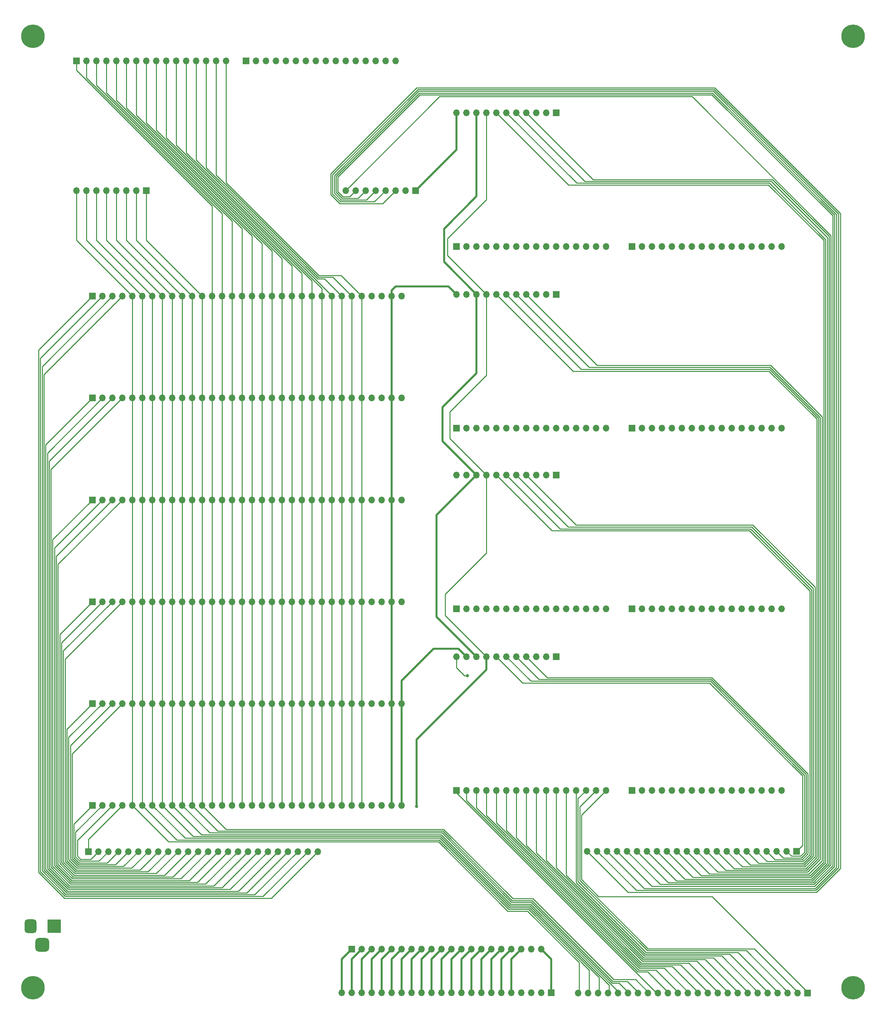
<source format=gbr>
%TF.GenerationSoftware,KiCad,Pcbnew,(6.0.0-0)*%
%TF.CreationDate,2022-01-11T21:03:15-05:00*%
%TF.ProjectId,new-register-backplane,6e65772d-7265-4676-9973-7465722d6261,rev?*%
%TF.SameCoordinates,Original*%
%TF.FileFunction,Copper,L1,Top*%
%TF.FilePolarity,Positive*%
%FSLAX46Y46*%
G04 Gerber Fmt 4.6, Leading zero omitted, Abs format (unit mm)*
G04 Created by KiCad (PCBNEW (6.0.0-0)) date 2022-01-11 21:03:15*
%MOMM*%
%LPD*%
G01*
G04 APERTURE LIST*
G04 Aperture macros list*
%AMRoundRect*
0 Rectangle with rounded corners*
0 $1 Rounding radius*
0 $2 $3 $4 $5 $6 $7 $8 $9 X,Y pos of 4 corners*
0 Add a 4 corners polygon primitive as box body*
4,1,4,$2,$3,$4,$5,$6,$7,$8,$9,$2,$3,0*
0 Add four circle primitives for the rounded corners*
1,1,$1+$1,$2,$3*
1,1,$1+$1,$4,$5*
1,1,$1+$1,$6,$7*
1,1,$1+$1,$8,$9*
0 Add four rect primitives between the rounded corners*
20,1,$1+$1,$2,$3,$4,$5,0*
20,1,$1+$1,$4,$5,$6,$7,0*
20,1,$1+$1,$6,$7,$8,$9,0*
20,1,$1+$1,$8,$9,$2,$3,0*%
G04 Aperture macros list end*
%TA.AperFunction,ComponentPad*%
%ADD10C,6.000000*%
%TD*%
%TA.AperFunction,ComponentPad*%
%ADD11C,0.800000*%
%TD*%
%TA.AperFunction,ComponentPad*%
%ADD12R,1.700000X1.700000*%
%TD*%
%TA.AperFunction,ComponentPad*%
%ADD13O,1.700000X1.700000*%
%TD*%
%TA.AperFunction,ComponentPad*%
%ADD14R,3.500000X3.500000*%
%TD*%
%TA.AperFunction,ComponentPad*%
%ADD15RoundRect,0.750000X-0.750000X-1.000000X0.750000X-1.000000X0.750000X1.000000X-0.750000X1.000000X0*%
%TD*%
%TA.AperFunction,ComponentPad*%
%ADD16RoundRect,0.875000X-0.875000X-0.875000X0.875000X-0.875000X0.875000X0.875000X-0.875000X0.875000X0*%
%TD*%
%TA.AperFunction,ViaPad*%
%ADD17C,0.800000*%
%TD*%
%TA.AperFunction,Conductor*%
%ADD18C,0.250000*%
%TD*%
%TA.AperFunction,Conductor*%
%ADD19C,0.500000*%
%TD*%
G04 APERTURE END LIST*
D10*
%TO.P,REF\u002A\u002A,1*%
%TO.N,N/C*%
X290000000Y-269200000D03*
D11*
X292250000Y-269200000D03*
X291590990Y-270790990D03*
X290000000Y-271450000D03*
X288409010Y-270790990D03*
X287750000Y-269200000D03*
X288409010Y-267609010D03*
X290000000Y-266950000D03*
X291590990Y-267609010D03*
%TD*%
D10*
%TO.P,REF\u002A\u002A,1*%
%TO.N,N/C*%
X81100000Y-269200000D03*
D11*
X83350000Y-269200000D03*
X82690990Y-270790990D03*
X81100000Y-271450000D03*
X79509010Y-270790990D03*
X78850000Y-269200000D03*
X79509010Y-267609010D03*
X81100000Y-266950000D03*
X82690990Y-267609010D03*
%TD*%
D10*
%TO.P,REF\u002A\u002A,1*%
%TO.N,N/C*%
X81100000Y-27000000D03*
D11*
X83350000Y-27000000D03*
X82690990Y-28590990D03*
X81100000Y-29250000D03*
X79509010Y-28590990D03*
X78850000Y-27000000D03*
X79509010Y-25409010D03*
X81100000Y-24750000D03*
X82690990Y-25409010D03*
%TD*%
D10*
%TO.P,REF\u002A\u002A,1*%
%TO.N,N/C*%
X290000000Y-27000000D03*
D11*
X292250000Y-27000000D03*
X291590990Y-28590990D03*
X290000000Y-29250000D03*
X288409010Y-28590990D03*
X287750000Y-27000000D03*
X288409010Y-25409010D03*
X290000000Y-24750000D03*
X291590990Y-25409010D03*
%TD*%
D12*
%TO.P,J14,1,Pin_1*%
%TO.N,SCRATCH4_0*%
X233675000Y-126746000D03*
D13*
%TO.P,J14,2,Pin_2*%
%TO.N,SCRATCH4_1*%
X236215000Y-126746000D03*
%TO.P,J14,3,Pin_3*%
%TO.N,SCRATCH4_2*%
X238755000Y-126746000D03*
%TO.P,J14,4,Pin_4*%
%TO.N,SCRATCH4_3*%
X241295000Y-126746000D03*
%TO.P,J14,5,Pin_5*%
%TO.N,SCRATCH4_4*%
X243835000Y-126746000D03*
%TO.P,J14,6,Pin_6*%
%TO.N,SCRATCH4_5*%
X246375000Y-126746000D03*
%TO.P,J14,7,Pin_7*%
%TO.N,SCRATCH4_6*%
X248915000Y-126746000D03*
%TO.P,J14,8,Pin_8*%
%TO.N,SCRATCH4_7*%
X251455000Y-126746000D03*
%TO.P,J14,9,Pin_9*%
%TO.N,SCRATCH4_8*%
X253995000Y-126746000D03*
%TO.P,J14,10,Pin_10*%
%TO.N,SCRATCH4_9*%
X256535000Y-126746000D03*
%TO.P,J14,11,Pin_11*%
%TO.N,SCRATCH4_10*%
X259075000Y-126746000D03*
%TO.P,J14,12,Pin_12*%
%TO.N,SCRATCH4_11*%
X261615000Y-126746000D03*
%TO.P,J14,13,Pin_13*%
%TO.N,SCRATCH4_12*%
X264155000Y-126746000D03*
%TO.P,J14,14,Pin_14*%
%TO.N,SCRATCH4_13*%
X266695000Y-126746000D03*
%TO.P,J14,15,Pin_15*%
%TO.N,SCRATCH4_14*%
X269235000Y-126746000D03*
%TO.P,J14,16,Pin_16*%
%TO.N,SCRATCH4_15*%
X271775000Y-126746000D03*
%TD*%
D12*
%TO.P,J3,1,Pin_1*%
%TO.N,~{MS_A}*%
X96261000Y-145034000D03*
D13*
%TO.P,J3,2,Pin_2*%
%TO.N,~{LS_A}*%
X98801000Y-145034000D03*
%TO.P,J3,3,Pin_3*%
%TO.N,~{BS_A}*%
X101341000Y-145034000D03*
%TO.P,J3,4,Pin_4*%
%TO.N,EN_A*%
X103881000Y-145034000D03*
%TO.P,J3,5,Pin_5*%
%TO.N,B0*%
X106421000Y-145034000D03*
%TO.P,J3,6,Pin_6*%
%TO.N,B1*%
X108961000Y-145034000D03*
%TO.P,J3,7,Pin_7*%
%TO.N,B2*%
X111501000Y-145034000D03*
%TO.P,J3,8,Pin_8*%
%TO.N,B3*%
X114041000Y-145034000D03*
%TO.P,J3,9,Pin_9*%
%TO.N,B4*%
X116581000Y-145034000D03*
%TO.P,J3,10,Pin_10*%
%TO.N,B5*%
X119121000Y-145034000D03*
%TO.P,J3,11,Pin_11*%
%TO.N,B6*%
X121661000Y-145034000D03*
%TO.P,J3,12,Pin_12*%
%TO.N,B7*%
X124201000Y-145034000D03*
%TO.P,J3,13,Pin_13*%
%TO.N,L0*%
X126741000Y-145034000D03*
%TO.P,J3,14,Pin_14*%
%TO.N,L1*%
X129281000Y-145034000D03*
%TO.P,J3,15,Pin_15*%
%TO.N,L2*%
X131821000Y-145034000D03*
%TO.P,J3,16,Pin_16*%
%TO.N,L3*%
X134361000Y-145034000D03*
%TO.P,J3,17,Pin_17*%
%TO.N,L4*%
X136901000Y-145034000D03*
%TO.P,J3,18,Pin_18*%
%TO.N,L5*%
X139441000Y-145034000D03*
%TO.P,J3,19,Pin_19*%
%TO.N,L6*%
X141981000Y-145034000D03*
%TO.P,J3,20,Pin_20*%
%TO.N,L7*%
X144521000Y-145034000D03*
%TO.P,J3,21,Pin_21*%
%TO.N,M0*%
X147061000Y-145034000D03*
%TO.P,J3,22,Pin_22*%
%TO.N,M1*%
X149601000Y-145034000D03*
%TO.P,J3,23,Pin_23*%
%TO.N,M2*%
X152141000Y-145034000D03*
%TO.P,J3,24,Pin_24*%
%TO.N,M3*%
X154681000Y-145034000D03*
%TO.P,J3,25,Pin_25*%
%TO.N,M4*%
X157221000Y-145034000D03*
%TO.P,J3,26,Pin_26*%
%TO.N,M5*%
X159761000Y-145034000D03*
%TO.P,J3,27,Pin_27*%
%TO.N,M6*%
X162301000Y-145034000D03*
%TO.P,J3,28,Pin_28*%
%TO.N,M7*%
X164841000Y-145034000D03*
%TO.P,J3,29,Pin_29*%
%TO.N,unconnected-(J3-Pad29)*%
X167381000Y-145034000D03*
%TO.P,J3,30,Pin_30*%
%TO.N,CLOCK*%
X169921000Y-145034000D03*
%TO.P,J3,31,Pin_31*%
%TO.N,VCC*%
X172461000Y-145034000D03*
%TO.P,J3,32,Pin_32*%
%TO.N,GND*%
X175001000Y-145034000D03*
%TD*%
D12*
%TO.P,J25,1,Pin_1*%
%TO.N,VCC*%
X178557000Y-66294000D03*
D13*
%TO.P,J25,2,Pin_2*%
%TO.N,GND*%
X176017000Y-66294000D03*
%TO.P,J25,3,Pin_3*%
%TO.N,~{TX_ASSERT_ADDRESS}*%
X173477000Y-66294000D03*
%TO.P,J25,4,Pin_4*%
%TO.N,~{TX_ASSERT_MSB_MAIN}*%
X170937000Y-66294000D03*
%TO.P,J25,5,Pin_5*%
%TO.N,~{TX_ASSERT_LSB_MAIN}*%
X168397000Y-66294000D03*
%TO.P,J25,6,Pin_6*%
%TO.N,TX_LATCH_MSB*%
X165857000Y-66294000D03*
%TO.P,J25,7,Pin_7*%
%TO.N,TX_LATCH_LSB*%
X163317000Y-66294000D03*
%TO.P,J25,8,Pin_8*%
%TO.N,TX_BUS_SELECT*%
X160777000Y-66294000D03*
%TD*%
D12*
%TO.P,J8,1,Pin_1*%
%TO.N,~{MS_S1}*%
X96265000Y-93170000D03*
D13*
%TO.P,J8,2,Pin_2*%
%TO.N,~{LS_S1}*%
X98805000Y-93170000D03*
%TO.P,J8,3,Pin_3*%
%TO.N,~{BS_S1}*%
X101345000Y-93170000D03*
%TO.P,J8,4,Pin_4*%
%TO.N,EN_S1*%
X103885000Y-93170000D03*
%TO.P,J8,5,Pin_5*%
%TO.N,B0*%
X106425000Y-93170000D03*
%TO.P,J8,6,Pin_6*%
%TO.N,B1*%
X108965000Y-93170000D03*
%TO.P,J8,7,Pin_7*%
%TO.N,B2*%
X111505000Y-93170000D03*
%TO.P,J8,8,Pin_8*%
%TO.N,B3*%
X114045000Y-93170000D03*
%TO.P,J8,9,Pin_9*%
%TO.N,B4*%
X116585000Y-93170000D03*
%TO.P,J8,10,Pin_10*%
%TO.N,B5*%
X119125000Y-93170000D03*
%TO.P,J8,11,Pin_11*%
%TO.N,B6*%
X121665000Y-93170000D03*
%TO.P,J8,12,Pin_12*%
%TO.N,B7*%
X124205000Y-93170000D03*
%TO.P,J8,13,Pin_13*%
%TO.N,L0*%
X126745000Y-93170000D03*
%TO.P,J8,14,Pin_14*%
%TO.N,L1*%
X129285000Y-93170000D03*
%TO.P,J8,15,Pin_15*%
%TO.N,L2*%
X131825000Y-93170000D03*
%TO.P,J8,16,Pin_16*%
%TO.N,L3*%
X134365000Y-93170000D03*
%TO.P,J8,17,Pin_17*%
%TO.N,L4*%
X136905000Y-93170000D03*
%TO.P,J8,18,Pin_18*%
%TO.N,L5*%
X139445000Y-93170000D03*
%TO.P,J8,19,Pin_19*%
%TO.N,L6*%
X141985000Y-93170000D03*
%TO.P,J8,20,Pin_20*%
%TO.N,L7*%
X144525000Y-93170000D03*
%TO.P,J8,21,Pin_21*%
%TO.N,M0*%
X147065000Y-93170000D03*
%TO.P,J8,22,Pin_22*%
%TO.N,M1*%
X149605000Y-93170000D03*
%TO.P,J8,23,Pin_23*%
%TO.N,M2*%
X152145000Y-93170000D03*
%TO.P,J8,24,Pin_24*%
%TO.N,M3*%
X154685000Y-93170000D03*
%TO.P,J8,25,Pin_25*%
%TO.N,M4*%
X157225000Y-93170000D03*
%TO.P,J8,26,Pin_26*%
%TO.N,M5*%
X159765000Y-93170000D03*
%TO.P,J8,27,Pin_27*%
%TO.N,M6*%
X162305000Y-93170000D03*
%TO.P,J8,28,Pin_28*%
%TO.N,M7*%
X164845000Y-93170000D03*
%TO.P,J8,29,Pin_29*%
%TO.N,unconnected-(J8-Pad29)*%
X167385000Y-93170000D03*
%TO.P,J8,30,Pin_30*%
%TO.N,CLOCK*%
X169925000Y-93170000D03*
%TO.P,J8,31,Pin_31*%
%TO.N,VCC*%
X172465000Y-93170000D03*
%TO.P,J8,32,Pin_32*%
%TO.N,GND*%
X175005000Y-93170000D03*
%TD*%
D12*
%TO.P,J1,1,Pin_1*%
%TO.N,VCC*%
X213111000Y-270453000D03*
D13*
%TO.P,J1,2,Pin_2*%
%TO.N,GND*%
X210571000Y-270453000D03*
%TO.P,J1,3,Pin_3*%
%TO.N,CLOCK*%
X208031000Y-270453000D03*
%TO.P,J1,4,Pin_4*%
%TO.N,RESET*%
X205491000Y-270453000D03*
%TO.P,J1,5,Pin_5*%
%TO.N,~{RD}*%
X202951000Y-270453000D03*
%TO.P,J1,6,Pin_6*%
%TO.N,~{WR}*%
X200411000Y-270453000D03*
%TO.P,J1,7,Pin_7*%
%TO.N,C0*%
X197871000Y-270453000D03*
%TO.P,J1,8,Pin_8*%
%TO.N,C1*%
X195331000Y-270453000D03*
%TO.P,J1,9,Pin_9*%
%TO.N,C2*%
X192791000Y-270453000D03*
%TO.P,J1,10,Pin_10*%
%TO.N,C3*%
X190251000Y-270453000D03*
%TO.P,J1,11,Pin_11*%
%TO.N,C4*%
X187711000Y-270453000D03*
%TO.P,J1,12,Pin_12*%
%TO.N,C5*%
X185171000Y-270453000D03*
%TO.P,J1,13,Pin_13*%
%TO.N,C6*%
X182631000Y-270453000D03*
%TO.P,J1,14,Pin_14*%
%TO.N,C7*%
X180091000Y-270453000D03*
%TO.P,J1,15,Pin_15*%
%TO.N,C8*%
X177551000Y-270453000D03*
%TO.P,J1,16,Pin_16*%
%TO.N,C9*%
X175011000Y-270453000D03*
%TO.P,J1,17,Pin_17*%
%TO.N,C10*%
X172471000Y-270453000D03*
%TO.P,J1,18,Pin_18*%
%TO.N,C11*%
X169931000Y-270453000D03*
%TO.P,J1,19,Pin_19*%
%TO.N,C12*%
X167391000Y-270453000D03*
%TO.P,J1,20,Pin_20*%
%TO.N,C13*%
X164851000Y-270453000D03*
%TO.P,J1,21,Pin_21*%
%TO.N,C14*%
X162311000Y-270453000D03*
%TO.P,J1,22,Pin_22*%
%TO.N,C15*%
X159771000Y-270453000D03*
%TD*%
D12*
%TO.P,J28,1,Pin_1*%
%TO.N,~{DEC_G}*%
X275590000Y-234442000D03*
D13*
%TO.P,J28,2,Pin_2*%
%TO.N,~{INC_G}*%
X273050000Y-234442000D03*
%TO.P,J28,3,Pin_3*%
%TO.N,~{LD_G}*%
X270510000Y-234442000D03*
%TO.P,J28,4,Pin_4*%
%TO.N,~{BO_G}*%
X267970000Y-234442000D03*
%TO.P,J28,5,Pin_5*%
%TO.N,~{DEC_F}*%
X265430000Y-234442000D03*
%TO.P,J28,6,Pin_6*%
%TO.N,~{INC_F}*%
X262890000Y-234442000D03*
%TO.P,J28,7,Pin_7*%
%TO.N,~{LD_F}*%
X260350000Y-234442000D03*
%TO.P,J28,8,Pin_8*%
%TO.N,~{BO_F}*%
X257810000Y-234442000D03*
%TO.P,J28,9,Pin_9*%
%TO.N,~{DEC_S4}*%
X255270000Y-234442000D03*
%TO.P,J28,10,Pin_10*%
%TO.N,~{INC_S4}*%
X252730000Y-234442000D03*
%TO.P,J28,11,Pin_11*%
%TO.N,~{LD_S4}*%
X250190000Y-234442000D03*
%TO.P,J28,12,Pin_12*%
%TO.N,~{BO_S4}*%
X247650000Y-234442000D03*
%TO.P,J28,13,Pin_13*%
%TO.N,~{DEC_S3}*%
X245110000Y-234442000D03*
%TO.P,J28,14,Pin_14*%
%TO.N,~{INC_S3}*%
X242570000Y-234442000D03*
%TO.P,J28,15,Pin_15*%
%TO.N,~{LD_S3}*%
X240030000Y-234442000D03*
%TO.P,J28,16,Pin_16*%
%TO.N,~{BO_S3}*%
X237490000Y-234442000D03*
%TO.P,J28,17,Pin_17*%
%TO.N,TX_BUS_SELECT*%
X234950000Y-234442000D03*
%TO.P,J28,18,Pin_18*%
%TO.N,TX_LATCH_LSB*%
X232410000Y-234442000D03*
%TO.P,J28,19,Pin_19*%
%TO.N,TX_LATCH_MSB*%
X229870000Y-234442000D03*
%TO.P,J28,20,Pin_20*%
%TO.N,~{TX_ASSERT_LSB_MAIN}*%
X227330000Y-234442000D03*
%TO.P,J28,21,Pin_21*%
%TO.N,~{TX_ASSERT_MSB_MAIN}*%
X224790000Y-234442000D03*
%TO.P,J28,22,Pin_22*%
%TO.N,~{TX_ASSERT_ADDRESS}*%
X222250000Y-234442000D03*
%TD*%
D12*
%TO.P,J6,1,Pin_1*%
%TO.N,~{MS_D}*%
X96261000Y-196850000D03*
D13*
%TO.P,J6,2,Pin_2*%
%TO.N,~{LS_D}*%
X98801000Y-196850000D03*
%TO.P,J6,3,Pin_3*%
%TO.N,~{BS_D}*%
X101341000Y-196850000D03*
%TO.P,J6,4,Pin_4*%
%TO.N,EN_D*%
X103881000Y-196850000D03*
%TO.P,J6,5,Pin_5*%
%TO.N,B0*%
X106421000Y-196850000D03*
%TO.P,J6,6,Pin_6*%
%TO.N,B1*%
X108961000Y-196850000D03*
%TO.P,J6,7,Pin_7*%
%TO.N,B2*%
X111501000Y-196850000D03*
%TO.P,J6,8,Pin_8*%
%TO.N,B3*%
X114041000Y-196850000D03*
%TO.P,J6,9,Pin_9*%
%TO.N,B4*%
X116581000Y-196850000D03*
%TO.P,J6,10,Pin_10*%
%TO.N,B5*%
X119121000Y-196850000D03*
%TO.P,J6,11,Pin_11*%
%TO.N,B6*%
X121661000Y-196850000D03*
%TO.P,J6,12,Pin_12*%
%TO.N,B7*%
X124201000Y-196850000D03*
%TO.P,J6,13,Pin_13*%
%TO.N,L0*%
X126741000Y-196850000D03*
%TO.P,J6,14,Pin_14*%
%TO.N,L1*%
X129281000Y-196850000D03*
%TO.P,J6,15,Pin_15*%
%TO.N,L2*%
X131821000Y-196850000D03*
%TO.P,J6,16,Pin_16*%
%TO.N,L3*%
X134361000Y-196850000D03*
%TO.P,J6,17,Pin_17*%
%TO.N,L4*%
X136901000Y-196850000D03*
%TO.P,J6,18,Pin_18*%
%TO.N,L5*%
X139441000Y-196850000D03*
%TO.P,J6,19,Pin_19*%
%TO.N,L6*%
X141981000Y-196850000D03*
%TO.P,J6,20,Pin_20*%
%TO.N,L7*%
X144521000Y-196850000D03*
%TO.P,J6,21,Pin_21*%
%TO.N,M0*%
X147061000Y-196850000D03*
%TO.P,J6,22,Pin_22*%
%TO.N,M1*%
X149601000Y-196850000D03*
%TO.P,J6,23,Pin_23*%
%TO.N,M2*%
X152141000Y-196850000D03*
%TO.P,J6,24,Pin_24*%
%TO.N,M3*%
X154681000Y-196850000D03*
%TO.P,J6,25,Pin_25*%
%TO.N,M4*%
X157221000Y-196850000D03*
%TO.P,J6,26,Pin_26*%
%TO.N,M5*%
X159761000Y-196850000D03*
%TO.P,J6,27,Pin_27*%
%TO.N,M6*%
X162301000Y-196850000D03*
%TO.P,J6,28,Pin_28*%
%TO.N,M7*%
X164841000Y-196850000D03*
%TO.P,J6,29,Pin_29*%
%TO.N,unconnected-(J6-Pad29)*%
X167381000Y-196850000D03*
%TO.P,J6,30,Pin_30*%
%TO.N,CLOCK*%
X169921000Y-196850000D03*
%TO.P,J6,31,Pin_31*%
%TO.N,VCC*%
X172461000Y-196850000D03*
%TO.P,J6,32,Pin_32*%
%TO.N,GND*%
X175001000Y-196850000D03*
%TD*%
D12*
%TO.P,J19,1,Pin_1*%
%TO.N,G0*%
X233675000Y-218948000D03*
D13*
%TO.P,J19,2,Pin_2*%
%TO.N,G1*%
X236215000Y-218948000D03*
%TO.P,J19,3,Pin_3*%
%TO.N,G2*%
X238755000Y-218948000D03*
%TO.P,J19,4,Pin_4*%
%TO.N,G3*%
X241295000Y-218948000D03*
%TO.P,J19,5,Pin_5*%
%TO.N,G4*%
X243835000Y-218948000D03*
%TO.P,J19,6,Pin_6*%
%TO.N,G5*%
X246375000Y-218948000D03*
%TO.P,J19,7,Pin_7*%
%TO.N,G6*%
X248915000Y-218948000D03*
%TO.P,J19,8,Pin_8*%
%TO.N,G7*%
X251455000Y-218948000D03*
%TO.P,J19,9,Pin_9*%
%TO.N,G8*%
X253995000Y-218948000D03*
%TO.P,J19,10,Pin_10*%
%TO.N,G9*%
X256535000Y-218948000D03*
%TO.P,J19,11,Pin_11*%
%TO.N,G10*%
X259075000Y-218948000D03*
%TO.P,J19,12,Pin_12*%
%TO.N,G11*%
X261615000Y-218948000D03*
%TO.P,J19,13,Pin_13*%
%TO.N,G12*%
X264155000Y-218948000D03*
%TO.P,J19,14,Pin_14*%
%TO.N,G13*%
X266695000Y-218948000D03*
%TO.P,J19,15,Pin_15*%
%TO.N,G14*%
X269235000Y-218948000D03*
%TO.P,J19,16,Pin_16*%
%TO.N,G15*%
X271775000Y-218948000D03*
%TD*%
D12*
%TO.P,J11,1,Pin_1*%
%TO.N,L0*%
X188971000Y-80518000D03*
D13*
%TO.P,J11,2,Pin_2*%
%TO.N,L1*%
X191511000Y-80518000D03*
%TO.P,J11,3,Pin_3*%
%TO.N,L2*%
X194051000Y-80518000D03*
%TO.P,J11,4,Pin_4*%
%TO.N,L3*%
X196591000Y-80518000D03*
%TO.P,J11,5,Pin_5*%
%TO.N,L4*%
X199131000Y-80518000D03*
%TO.P,J11,6,Pin_6*%
%TO.N,L5*%
X201671000Y-80518000D03*
%TO.P,J11,7,Pin_7*%
%TO.N,L6*%
X204211000Y-80518000D03*
%TO.P,J11,8,Pin_8*%
%TO.N,L7*%
X206751000Y-80518000D03*
%TO.P,J11,9,Pin_9*%
%TO.N,M0*%
X209291000Y-80518000D03*
%TO.P,J11,10,Pin_10*%
%TO.N,M1*%
X211831000Y-80518000D03*
%TO.P,J11,11,Pin_11*%
%TO.N,M2*%
X214371000Y-80518000D03*
%TO.P,J11,12,Pin_12*%
%TO.N,M3*%
X216911000Y-80518000D03*
%TO.P,J11,13,Pin_13*%
%TO.N,M4*%
X219451000Y-80518000D03*
%TO.P,J11,14,Pin_14*%
%TO.N,M5*%
X221991000Y-80518000D03*
%TO.P,J11,15,Pin_15*%
%TO.N,M6*%
X224531000Y-80518000D03*
%TO.P,J11,16,Pin_16*%
%TO.N,M7*%
X227071000Y-80518000D03*
%TD*%
D12*
%TO.P,J21,1,Pin_1*%
%TO.N,unconnected-(J21-Pad1)*%
X214371000Y-184912000D03*
D13*
%TO.P,J21,2,Pin_2*%
%TO.N,unconnected-(J21-Pad2)*%
X211831000Y-184912000D03*
%TO.P,J21,3,Pin_3*%
%TO.N,VCC*%
X209291000Y-184912000D03*
%TO.P,J21,4,Pin_4*%
%TO.N,~{BO_G}*%
X206751000Y-184912000D03*
%TO.P,J21,5,Pin_5*%
%TO.N,~{LD_G}*%
X204211000Y-184912000D03*
%TO.P,J21,6,Pin_6*%
%TO.N,~{INC_G}*%
X201671000Y-184912000D03*
%TO.P,J21,7,Pin_7*%
%TO.N,~{DEC_G}*%
X199131000Y-184912000D03*
%TO.P,J21,8,Pin_8*%
%TO.N,RESET*%
X196591000Y-184912000D03*
%TO.P,J21,9,Pin_9*%
%TO.N,CLOCK*%
X194051000Y-184912000D03*
%TO.P,J21,10,Pin_10*%
%TO.N,GND*%
X191511000Y-184912000D03*
%TO.P,J21,11,Pin_11*%
%TO.N,VCC*%
X188971000Y-184912000D03*
%TD*%
D12*
%TO.P,J15,1,Pin_1*%
%TO.N,unconnected-(J15-Pad1)*%
X214371000Y-92710000D03*
D13*
%TO.P,J15,2,Pin_2*%
%TO.N,unconnected-(J15-Pad2)*%
X211831000Y-92710000D03*
%TO.P,J15,3,Pin_3*%
%TO.N,VCC*%
X209291000Y-92710000D03*
%TO.P,J15,4,Pin_4*%
%TO.N,~{BO_S4}*%
X206751000Y-92710000D03*
%TO.P,J15,5,Pin_5*%
%TO.N,~{LD_S4}*%
X204211000Y-92710000D03*
%TO.P,J15,6,Pin_6*%
%TO.N,~{INC_S4}*%
X201671000Y-92710000D03*
%TO.P,J15,7,Pin_7*%
%TO.N,~{DEC_S4}*%
X199131000Y-92710000D03*
%TO.P,J15,8,Pin_8*%
%TO.N,RESET*%
X196591000Y-92710000D03*
%TO.P,J15,9,Pin_9*%
%TO.N,CLOCK*%
X194051000Y-92710000D03*
%TO.P,J15,10,Pin_10*%
%TO.N,GND*%
X191511000Y-92710000D03*
%TO.P,J15,11,Pin_11*%
%TO.N,VCC*%
X188971000Y-92710000D03*
%TD*%
D12*
%TO.P,J7,1,Pin_1*%
%TO.N,~{MS_E}*%
X96261000Y-222758000D03*
D13*
%TO.P,J7,2,Pin_2*%
%TO.N,~{LS_E}*%
X98801000Y-222758000D03*
%TO.P,J7,3,Pin_3*%
%TO.N,~{BS_E}*%
X101341000Y-222758000D03*
%TO.P,J7,4,Pin_4*%
%TO.N,EN_E*%
X103881000Y-222758000D03*
%TO.P,J7,5,Pin_5*%
%TO.N,B0*%
X106421000Y-222758000D03*
%TO.P,J7,6,Pin_6*%
%TO.N,B1*%
X108961000Y-222758000D03*
%TO.P,J7,7,Pin_7*%
%TO.N,B2*%
X111501000Y-222758000D03*
%TO.P,J7,8,Pin_8*%
%TO.N,B3*%
X114041000Y-222758000D03*
%TO.P,J7,9,Pin_9*%
%TO.N,B4*%
X116581000Y-222758000D03*
%TO.P,J7,10,Pin_10*%
%TO.N,B5*%
X119121000Y-222758000D03*
%TO.P,J7,11,Pin_11*%
%TO.N,B6*%
X121661000Y-222758000D03*
%TO.P,J7,12,Pin_12*%
%TO.N,B7*%
X124201000Y-222758000D03*
%TO.P,J7,13,Pin_13*%
%TO.N,L0*%
X126741000Y-222758000D03*
%TO.P,J7,14,Pin_14*%
%TO.N,L1*%
X129281000Y-222758000D03*
%TO.P,J7,15,Pin_15*%
%TO.N,L2*%
X131821000Y-222758000D03*
%TO.P,J7,16,Pin_16*%
%TO.N,L3*%
X134361000Y-222758000D03*
%TO.P,J7,17,Pin_17*%
%TO.N,L4*%
X136901000Y-222758000D03*
%TO.P,J7,18,Pin_18*%
%TO.N,L5*%
X139441000Y-222758000D03*
%TO.P,J7,19,Pin_19*%
%TO.N,L6*%
X141981000Y-222758000D03*
%TO.P,J7,20,Pin_20*%
%TO.N,L7*%
X144521000Y-222758000D03*
%TO.P,J7,21,Pin_21*%
%TO.N,M0*%
X147061000Y-222758000D03*
%TO.P,J7,22,Pin_22*%
%TO.N,M1*%
X149601000Y-222758000D03*
%TO.P,J7,23,Pin_23*%
%TO.N,M2*%
X152141000Y-222758000D03*
%TO.P,J7,24,Pin_24*%
%TO.N,M3*%
X154681000Y-222758000D03*
%TO.P,J7,25,Pin_25*%
%TO.N,M4*%
X157221000Y-222758000D03*
%TO.P,J7,26,Pin_26*%
%TO.N,M5*%
X159761000Y-222758000D03*
%TO.P,J7,27,Pin_27*%
%TO.N,M6*%
X162301000Y-222758000D03*
%TO.P,J7,28,Pin_28*%
%TO.N,M7*%
X164841000Y-222758000D03*
%TO.P,J7,29,Pin_29*%
%TO.N,unconnected-(J7-Pad29)*%
X167381000Y-222758000D03*
%TO.P,J7,30,Pin_30*%
%TO.N,CLOCK*%
X169921000Y-222758000D03*
%TO.P,J7,31,Pin_31*%
%TO.N,VCC*%
X172461000Y-222758000D03*
%TO.P,J7,32,Pin_32*%
%TO.N,GND*%
X175001000Y-222758000D03*
%TD*%
D12*
%TO.P,J22,1,Pin_1*%
%TO.N,B7*%
X109962000Y-66294000D03*
D13*
%TO.P,J22,2,Pin_2*%
%TO.N,B6*%
X107422000Y-66294000D03*
%TO.P,J22,3,Pin_3*%
%TO.N,B5*%
X104882000Y-66294000D03*
%TO.P,J22,4,Pin_4*%
%TO.N,B4*%
X102342000Y-66294000D03*
%TO.P,J22,5,Pin_5*%
%TO.N,B3*%
X99802000Y-66294000D03*
%TO.P,J22,6,Pin_6*%
%TO.N,B2*%
X97262000Y-66294000D03*
%TO.P,J22,7,Pin_7*%
%TO.N,B1*%
X94722000Y-66294000D03*
%TO.P,J22,8,Pin_8*%
%TO.N,B0*%
X92182000Y-66294000D03*
%TD*%
D12*
%TO.P,J29,1,Pin_1*%
%TO.N,EN_E*%
X95245000Y-234515000D03*
D13*
%TO.P,J29,2,Pin_2*%
%TO.N,~{BS_E}*%
X97785000Y-234515000D03*
%TO.P,J29,3,Pin_3*%
%TO.N,~{LS_E}*%
X100325000Y-234515000D03*
%TO.P,J29,4,Pin_4*%
%TO.N,~{MS_E}*%
X102865000Y-234515000D03*
%TO.P,J29,5,Pin_5*%
%TO.N,EN_D*%
X105405000Y-234515000D03*
%TO.P,J29,6,Pin_6*%
%TO.N,~{BS_D}*%
X107945000Y-234515000D03*
%TO.P,J29,7,Pin_7*%
%TO.N,~{LS_D}*%
X110485000Y-234515000D03*
%TO.P,J29,8,Pin_8*%
%TO.N,~{MS_D}*%
X113025000Y-234515000D03*
%TO.P,J29,9,Pin_9*%
%TO.N,EN_C*%
X115565000Y-234515000D03*
%TO.P,J29,10,Pin_10*%
%TO.N,~{BS_C}*%
X118105000Y-234515000D03*
%TO.P,J29,11,Pin_11*%
%TO.N,~{LS_C}*%
X120645000Y-234515000D03*
%TO.P,J29,12,Pin_12*%
%TO.N,~{MS_C}*%
X123185000Y-234515000D03*
%TO.P,J29,13,Pin_13*%
%TO.N,EN_A*%
X125725000Y-234515000D03*
%TO.P,J29,14,Pin_14*%
%TO.N,~{BS_A}*%
X128265000Y-234515000D03*
%TO.P,J29,15,Pin_15*%
%TO.N,~{LS_A}*%
X130805000Y-234515000D03*
%TO.P,J29,16,Pin_16*%
%TO.N,~{MS_A}*%
X133345000Y-234515000D03*
%TO.P,J29,17,Pin_17*%
%TO.N,EN_S2*%
X135885000Y-234515000D03*
%TO.P,J29,18,Pin_18*%
%TO.N,~{BS_S2}*%
X138425000Y-234515000D03*
%TO.P,J29,19,Pin_19*%
%TO.N,~{LS_S2}*%
X140965000Y-234515000D03*
%TO.P,J29,20,Pin_20*%
%TO.N,~{MS_S2}*%
X143505000Y-234515000D03*
%TO.P,J29,21,Pin_21*%
%TO.N,EN_S1*%
X146045000Y-234515000D03*
%TO.P,J29,22,Pin_22*%
%TO.N,~{BS_S1}*%
X148585000Y-234515000D03*
%TO.P,J29,23,Pin_23*%
%TO.N,~{LS_S1}*%
X151125000Y-234515000D03*
%TO.P,J29,24,Pin_24*%
%TO.N,~{MS_S1}*%
X153665000Y-234515000D03*
%TD*%
D12*
%TO.P,J17,1,Pin_1*%
%TO.N,L0*%
X188971000Y-172720000D03*
D13*
%TO.P,J17,2,Pin_2*%
%TO.N,L1*%
X191511000Y-172720000D03*
%TO.P,J17,3,Pin_3*%
%TO.N,L2*%
X194051000Y-172720000D03*
%TO.P,J17,4,Pin_4*%
%TO.N,L3*%
X196591000Y-172720000D03*
%TO.P,J17,5,Pin_5*%
%TO.N,L4*%
X199131000Y-172720000D03*
%TO.P,J17,6,Pin_6*%
%TO.N,L5*%
X201671000Y-172720000D03*
%TO.P,J17,7,Pin_7*%
%TO.N,L6*%
X204211000Y-172720000D03*
%TO.P,J17,8,Pin_8*%
%TO.N,L7*%
X206751000Y-172720000D03*
%TO.P,J17,9,Pin_9*%
%TO.N,M0*%
X209291000Y-172720000D03*
%TO.P,J17,10,Pin_10*%
%TO.N,M1*%
X211831000Y-172720000D03*
%TO.P,J17,11,Pin_11*%
%TO.N,M2*%
X214371000Y-172720000D03*
%TO.P,J17,12,Pin_12*%
%TO.N,M3*%
X216911000Y-172720000D03*
%TO.P,J17,13,Pin_13*%
%TO.N,M4*%
X219451000Y-172720000D03*
%TO.P,J17,14,Pin_14*%
%TO.N,M5*%
X221991000Y-172720000D03*
%TO.P,J17,15,Pin_15*%
%TO.N,M6*%
X224531000Y-172720000D03*
%TO.P,J17,16,Pin_16*%
%TO.N,M7*%
X227071000Y-172720000D03*
%TD*%
D12*
%TO.P,J13,1,Pin_1*%
%TO.N,L0*%
X188971000Y-126746000D03*
D13*
%TO.P,J13,2,Pin_2*%
%TO.N,L1*%
X191511000Y-126746000D03*
%TO.P,J13,3,Pin_3*%
%TO.N,L2*%
X194051000Y-126746000D03*
%TO.P,J13,4,Pin_4*%
%TO.N,L3*%
X196591000Y-126746000D03*
%TO.P,J13,5,Pin_5*%
%TO.N,L4*%
X199131000Y-126746000D03*
%TO.P,J13,6,Pin_6*%
%TO.N,L5*%
X201671000Y-126746000D03*
%TO.P,J13,7,Pin_7*%
%TO.N,L6*%
X204211000Y-126746000D03*
%TO.P,J13,8,Pin_8*%
%TO.N,L7*%
X206751000Y-126746000D03*
%TO.P,J13,9,Pin_9*%
%TO.N,M0*%
X209291000Y-126746000D03*
%TO.P,J13,10,Pin_10*%
%TO.N,M1*%
X211831000Y-126746000D03*
%TO.P,J13,11,Pin_11*%
%TO.N,M2*%
X214371000Y-126746000D03*
%TO.P,J13,12,Pin_12*%
%TO.N,M3*%
X216911000Y-126746000D03*
%TO.P,J13,13,Pin_13*%
%TO.N,M4*%
X219451000Y-126746000D03*
%TO.P,J13,14,Pin_14*%
%TO.N,M5*%
X221991000Y-126746000D03*
%TO.P,J13,15,Pin_15*%
%TO.N,M6*%
X224531000Y-126746000D03*
%TO.P,J13,16,Pin_16*%
%TO.N,M7*%
X227071000Y-126746000D03*
%TD*%
D12*
%TO.P,J9,1,Pin_1*%
%TO.N,~{MS_S2}*%
X96265000Y-119078000D03*
D13*
%TO.P,J9,2,Pin_2*%
%TO.N,~{LS_S2}*%
X98805000Y-119078000D03*
%TO.P,J9,3,Pin_3*%
%TO.N,~{BS_S2}*%
X101345000Y-119078000D03*
%TO.P,J9,4,Pin_4*%
%TO.N,EN_S2*%
X103885000Y-119078000D03*
%TO.P,J9,5,Pin_5*%
%TO.N,B0*%
X106425000Y-119078000D03*
%TO.P,J9,6,Pin_6*%
%TO.N,B1*%
X108965000Y-119078000D03*
%TO.P,J9,7,Pin_7*%
%TO.N,B2*%
X111505000Y-119078000D03*
%TO.P,J9,8,Pin_8*%
%TO.N,B3*%
X114045000Y-119078000D03*
%TO.P,J9,9,Pin_9*%
%TO.N,B4*%
X116585000Y-119078000D03*
%TO.P,J9,10,Pin_10*%
%TO.N,B5*%
X119125000Y-119078000D03*
%TO.P,J9,11,Pin_11*%
%TO.N,B6*%
X121665000Y-119078000D03*
%TO.P,J9,12,Pin_12*%
%TO.N,B7*%
X124205000Y-119078000D03*
%TO.P,J9,13,Pin_13*%
%TO.N,L0*%
X126745000Y-119078000D03*
%TO.P,J9,14,Pin_14*%
%TO.N,L1*%
X129285000Y-119078000D03*
%TO.P,J9,15,Pin_15*%
%TO.N,L2*%
X131825000Y-119078000D03*
%TO.P,J9,16,Pin_16*%
%TO.N,L3*%
X134365000Y-119078000D03*
%TO.P,J9,17,Pin_17*%
%TO.N,L4*%
X136905000Y-119078000D03*
%TO.P,J9,18,Pin_18*%
%TO.N,L5*%
X139445000Y-119078000D03*
%TO.P,J9,19,Pin_19*%
%TO.N,L6*%
X141985000Y-119078000D03*
%TO.P,J9,20,Pin_20*%
%TO.N,L7*%
X144525000Y-119078000D03*
%TO.P,J9,21,Pin_21*%
%TO.N,M0*%
X147065000Y-119078000D03*
%TO.P,J9,22,Pin_22*%
%TO.N,M1*%
X149605000Y-119078000D03*
%TO.P,J9,23,Pin_23*%
%TO.N,M2*%
X152145000Y-119078000D03*
%TO.P,J9,24,Pin_24*%
%TO.N,M3*%
X154685000Y-119078000D03*
%TO.P,J9,25,Pin_25*%
%TO.N,M4*%
X157225000Y-119078000D03*
%TO.P,J9,26,Pin_26*%
%TO.N,M5*%
X159765000Y-119078000D03*
%TO.P,J9,27,Pin_27*%
%TO.N,M6*%
X162305000Y-119078000D03*
%TO.P,J9,28,Pin_28*%
%TO.N,M7*%
X164845000Y-119078000D03*
%TO.P,J9,29,Pin_29*%
%TO.N,unconnected-(J9-Pad29)*%
X167385000Y-119078000D03*
%TO.P,J9,30,Pin_30*%
%TO.N,CLOCK*%
X169925000Y-119078000D03*
%TO.P,J9,31,Pin_31*%
%TO.N,VCC*%
X172465000Y-119078000D03*
%TO.P,J9,32,Pin_32*%
%TO.N,GND*%
X175005000Y-119078000D03*
%TD*%
D12*
%TO.P,J24,1,Pin_1*%
%TO.N,L0*%
X92197000Y-33274000D03*
D13*
%TO.P,J24,2,Pin_2*%
%TO.N,L1*%
X94737000Y-33274000D03*
%TO.P,J24,3,Pin_3*%
%TO.N,L2*%
X97277000Y-33274000D03*
%TO.P,J24,4,Pin_4*%
%TO.N,L3*%
X99817000Y-33274000D03*
%TO.P,J24,5,Pin_5*%
%TO.N,L4*%
X102357000Y-33274000D03*
%TO.P,J24,6,Pin_6*%
%TO.N,L5*%
X104897000Y-33274000D03*
%TO.P,J24,7,Pin_7*%
%TO.N,L6*%
X107437000Y-33274000D03*
%TO.P,J24,8,Pin_8*%
%TO.N,L7*%
X109977000Y-33274000D03*
%TO.P,J24,9,Pin_9*%
%TO.N,M0*%
X112517000Y-33274000D03*
%TO.P,J24,10,Pin_10*%
%TO.N,M1*%
X115057000Y-33274000D03*
%TO.P,J24,11,Pin_11*%
%TO.N,M2*%
X117597000Y-33274000D03*
%TO.P,J24,12,Pin_12*%
%TO.N,M3*%
X120137000Y-33274000D03*
%TO.P,J24,13,Pin_13*%
%TO.N,M4*%
X122677000Y-33274000D03*
%TO.P,J24,14,Pin_14*%
%TO.N,M5*%
X125217000Y-33274000D03*
%TO.P,J24,15,Pin_15*%
%TO.N,M6*%
X127757000Y-33274000D03*
%TO.P,J24,16,Pin_16*%
%TO.N,M7*%
X130297000Y-33274000D03*
%TD*%
D12*
%TO.P,J5,1,Pin_1*%
%TO.N,~{MS_C}*%
X96261000Y-170942000D03*
D13*
%TO.P,J5,2,Pin_2*%
%TO.N,~{LS_C}*%
X98801000Y-170942000D03*
%TO.P,J5,3,Pin_3*%
%TO.N,~{BS_C}*%
X101341000Y-170942000D03*
%TO.P,J5,4,Pin_4*%
%TO.N,EN_C*%
X103881000Y-170942000D03*
%TO.P,J5,5,Pin_5*%
%TO.N,B0*%
X106421000Y-170942000D03*
%TO.P,J5,6,Pin_6*%
%TO.N,B1*%
X108961000Y-170942000D03*
%TO.P,J5,7,Pin_7*%
%TO.N,B2*%
X111501000Y-170942000D03*
%TO.P,J5,8,Pin_8*%
%TO.N,B3*%
X114041000Y-170942000D03*
%TO.P,J5,9,Pin_9*%
%TO.N,B4*%
X116581000Y-170942000D03*
%TO.P,J5,10,Pin_10*%
%TO.N,B5*%
X119121000Y-170942000D03*
%TO.P,J5,11,Pin_11*%
%TO.N,B6*%
X121661000Y-170942000D03*
%TO.P,J5,12,Pin_12*%
%TO.N,B7*%
X124201000Y-170942000D03*
%TO.P,J5,13,Pin_13*%
%TO.N,L0*%
X126741000Y-170942000D03*
%TO.P,J5,14,Pin_14*%
%TO.N,L1*%
X129281000Y-170942000D03*
%TO.P,J5,15,Pin_15*%
%TO.N,L2*%
X131821000Y-170942000D03*
%TO.P,J5,16,Pin_16*%
%TO.N,L3*%
X134361000Y-170942000D03*
%TO.P,J5,17,Pin_17*%
%TO.N,L4*%
X136901000Y-170942000D03*
%TO.P,J5,18,Pin_18*%
%TO.N,L5*%
X139441000Y-170942000D03*
%TO.P,J5,19,Pin_19*%
%TO.N,L6*%
X141981000Y-170942000D03*
%TO.P,J5,20,Pin_20*%
%TO.N,L7*%
X144521000Y-170942000D03*
%TO.P,J5,21,Pin_21*%
%TO.N,M0*%
X147061000Y-170942000D03*
%TO.P,J5,22,Pin_22*%
%TO.N,M1*%
X149601000Y-170942000D03*
%TO.P,J5,23,Pin_23*%
%TO.N,M2*%
X152141000Y-170942000D03*
%TO.P,J5,24,Pin_24*%
%TO.N,M3*%
X154681000Y-170942000D03*
%TO.P,J5,25,Pin_25*%
%TO.N,M4*%
X157221000Y-170942000D03*
%TO.P,J5,26,Pin_26*%
%TO.N,M5*%
X159761000Y-170942000D03*
%TO.P,J5,27,Pin_27*%
%TO.N,M6*%
X162301000Y-170942000D03*
%TO.P,J5,28,Pin_28*%
%TO.N,M7*%
X164841000Y-170942000D03*
%TO.P,J5,29,Pin_29*%
%TO.N,unconnected-(J5-Pad29)*%
X167381000Y-170942000D03*
%TO.P,J5,30,Pin_30*%
%TO.N,CLOCK*%
X169921000Y-170942000D03*
%TO.P,J5,31,Pin_31*%
%TO.N,VCC*%
X172461000Y-170942000D03*
%TO.P,J5,32,Pin_32*%
%TO.N,GND*%
X175001000Y-170942000D03*
%TD*%
D12*
%TO.P,J2,1,Pin_1*%
%TO.N,C15*%
X162306000Y-259334000D03*
D13*
%TO.P,J2,2,Pin_2*%
%TO.N,C14*%
X164846000Y-259334000D03*
%TO.P,J2,3,Pin_3*%
%TO.N,C13*%
X167386000Y-259334000D03*
%TO.P,J2,4,Pin_4*%
%TO.N,C12*%
X169926000Y-259334000D03*
%TO.P,J2,5,Pin_5*%
%TO.N,C11*%
X172466000Y-259334000D03*
%TO.P,J2,6,Pin_6*%
%TO.N,C10*%
X175006000Y-259334000D03*
%TO.P,J2,7,Pin_7*%
%TO.N,C9*%
X177546000Y-259334000D03*
%TO.P,J2,8,Pin_8*%
%TO.N,C8*%
X180086000Y-259334000D03*
%TO.P,J2,9,Pin_9*%
%TO.N,C7*%
X182626000Y-259334000D03*
%TO.P,J2,10,Pin_10*%
%TO.N,C6*%
X185166000Y-259334000D03*
%TO.P,J2,11,Pin_11*%
%TO.N,C5*%
X187706000Y-259334000D03*
%TO.P,J2,12,Pin_12*%
%TO.N,C4*%
X190246000Y-259334000D03*
%TO.P,J2,13,Pin_13*%
%TO.N,C3*%
X192786000Y-259334000D03*
%TO.P,J2,14,Pin_14*%
%TO.N,C2*%
X195326000Y-259334000D03*
%TO.P,J2,15,Pin_15*%
%TO.N,C1*%
X197866000Y-259334000D03*
%TO.P,J2,16,Pin_16*%
%TO.N,C0*%
X200406000Y-259334000D03*
%TO.P,J2,17,Pin_17*%
%TO.N,~{WR}*%
X202946000Y-259334000D03*
%TO.P,J2,18,Pin_18*%
%TO.N,~{RD}*%
X205486000Y-259334000D03*
%TO.P,J2,19,Pin_19*%
%TO.N,GND*%
X208026000Y-259334000D03*
%TO.P,J2,20,Pin_20*%
%TO.N,VCC*%
X210566000Y-259334000D03*
%TD*%
D12*
%TO.P,J20,1,Pin_1*%
%TO.N,L0*%
X188971000Y-218948000D03*
D13*
%TO.P,J20,2,Pin_2*%
%TO.N,L1*%
X191511000Y-218948000D03*
%TO.P,J20,3,Pin_3*%
%TO.N,L2*%
X194051000Y-218948000D03*
%TO.P,J20,4,Pin_4*%
%TO.N,L3*%
X196591000Y-218948000D03*
%TO.P,J20,5,Pin_5*%
%TO.N,L4*%
X199131000Y-218948000D03*
%TO.P,J20,6,Pin_6*%
%TO.N,L5*%
X201671000Y-218948000D03*
%TO.P,J20,7,Pin_7*%
%TO.N,L6*%
X204211000Y-218948000D03*
%TO.P,J20,8,Pin_8*%
%TO.N,L7*%
X206751000Y-218948000D03*
%TO.P,J20,9,Pin_9*%
%TO.N,M0*%
X209291000Y-218948000D03*
%TO.P,J20,10,Pin_10*%
%TO.N,M1*%
X211831000Y-218948000D03*
%TO.P,J20,11,Pin_11*%
%TO.N,M2*%
X214371000Y-218948000D03*
%TO.P,J20,12,Pin_12*%
%TO.N,M3*%
X216911000Y-218948000D03*
%TO.P,J20,13,Pin_13*%
%TO.N,M4*%
X219451000Y-218948000D03*
%TO.P,J20,14,Pin_14*%
%TO.N,M5*%
X221991000Y-218948000D03*
%TO.P,J20,15,Pin_15*%
%TO.N,M6*%
X224531000Y-218948000D03*
%TO.P,J20,16,Pin_16*%
%TO.N,M7*%
X227071000Y-218948000D03*
%TD*%
D12*
%TO.P,J10,1,Pin_1*%
%TO.N,unconnected-(J10-Pad1)*%
X214371000Y-46482000D03*
D13*
%TO.P,J10,2,Pin_2*%
%TO.N,unconnected-(J10-Pad2)*%
X211831000Y-46482000D03*
%TO.P,J10,3,Pin_3*%
%TO.N,VCC*%
X209291000Y-46482000D03*
%TO.P,J10,4,Pin_4*%
%TO.N,~{BO_S3}*%
X206751000Y-46482000D03*
%TO.P,J10,5,Pin_5*%
%TO.N,~{LD_S3}*%
X204211000Y-46482000D03*
%TO.P,J10,6,Pin_6*%
%TO.N,~{INC_S3}*%
X201671000Y-46482000D03*
%TO.P,J10,7,Pin_7*%
%TO.N,~{DEC_S3}*%
X199131000Y-46482000D03*
%TO.P,J10,8,Pin_8*%
%TO.N,RESET*%
X196591000Y-46482000D03*
%TO.P,J10,9,Pin_9*%
%TO.N,CLOCK*%
X194051000Y-46482000D03*
%TO.P,J10,10,Pin_10*%
%TO.N,GND*%
X191511000Y-46482000D03*
%TO.P,J10,11,Pin_11*%
%TO.N,VCC*%
X188971000Y-46482000D03*
%TD*%
D12*
%TO.P,J16,1,Pin_1*%
%TO.N,F0*%
X233675000Y-172720000D03*
D13*
%TO.P,J16,2,Pin_2*%
%TO.N,F1*%
X236215000Y-172720000D03*
%TO.P,J16,3,Pin_3*%
%TO.N,F2*%
X238755000Y-172720000D03*
%TO.P,J16,4,Pin_4*%
%TO.N,F3*%
X241295000Y-172720000D03*
%TO.P,J16,5,Pin_5*%
%TO.N,F4*%
X243835000Y-172720000D03*
%TO.P,J16,6,Pin_6*%
%TO.N,F5*%
X246375000Y-172720000D03*
%TO.P,J16,7,Pin_7*%
%TO.N,F6*%
X248915000Y-172720000D03*
%TO.P,J16,8,Pin_8*%
%TO.N,F7*%
X251455000Y-172720000D03*
%TO.P,J16,9,Pin_9*%
%TO.N,F8*%
X253995000Y-172720000D03*
%TO.P,J16,10,Pin_10*%
%TO.N,F9*%
X256535000Y-172720000D03*
%TO.P,J16,11,Pin_11*%
%TO.N,F10*%
X259075000Y-172720000D03*
%TO.P,J16,12,Pin_12*%
%TO.N,F11*%
X261615000Y-172720000D03*
%TO.P,J16,13,Pin_13*%
%TO.N,F12*%
X264155000Y-172720000D03*
%TO.P,J16,14,Pin_14*%
%TO.N,F13*%
X266695000Y-172720000D03*
%TO.P,J16,15,Pin_15*%
%TO.N,F14*%
X269235000Y-172720000D03*
%TO.P,J16,16,Pin_16*%
%TO.N,F15*%
X271775000Y-172720000D03*
%TD*%
D12*
%TO.P,J23,1,Pin_1*%
%TO.N,TX0*%
X135377000Y-33274000D03*
D13*
%TO.P,J23,2,Pin_2*%
%TO.N,TX1*%
X137917000Y-33274000D03*
%TO.P,J23,3,Pin_3*%
%TO.N,TX2*%
X140457000Y-33274000D03*
%TO.P,J23,4,Pin_4*%
%TO.N,TX3*%
X142997000Y-33274000D03*
%TO.P,J23,5,Pin_5*%
%TO.N,TX4*%
X145537000Y-33274000D03*
%TO.P,J23,6,Pin_6*%
%TO.N,TX5*%
X148077000Y-33274000D03*
%TO.P,J23,7,Pin_7*%
%TO.N,TX6*%
X150617000Y-33274000D03*
%TO.P,J23,8,Pin_8*%
%TO.N,TX7*%
X153157000Y-33274000D03*
%TO.P,J23,9,Pin_9*%
%TO.N,TX8*%
X155697000Y-33274000D03*
%TO.P,J23,10,Pin_10*%
%TO.N,TX9*%
X158237000Y-33274000D03*
%TO.P,J23,11,Pin_11*%
%TO.N,TX10*%
X160777000Y-33274000D03*
%TO.P,J23,12,Pin_12*%
%TO.N,TX11*%
X163317000Y-33274000D03*
%TO.P,J23,13,Pin_13*%
%TO.N,TX12*%
X165857000Y-33274000D03*
%TO.P,J23,14,Pin_14*%
%TO.N,TX13*%
X168397000Y-33274000D03*
%TO.P,J23,15,Pin_15*%
%TO.N,TX14*%
X170937000Y-33274000D03*
%TO.P,J23,16,Pin_16*%
%TO.N,TX15*%
X173477000Y-33274000D03*
%TD*%
D14*
%TO.P,J31,1*%
%TO.N,VCC*%
X86513000Y-253550500D03*
D15*
%TO.P,J31,2*%
%TO.N,GND*%
X80513000Y-253550500D03*
D16*
%TO.P,J31,3*%
%TO.N,N/C*%
X83513000Y-258250500D03*
%TD*%
D12*
%TO.P,J12,1,Pin_1*%
%TO.N,SCRATCH3_0*%
X233675000Y-80518000D03*
D13*
%TO.P,J12,2,Pin_2*%
%TO.N,SCRATCH3_1*%
X236215000Y-80518000D03*
%TO.P,J12,3,Pin_3*%
%TO.N,SCRATCH3_2*%
X238755000Y-80518000D03*
%TO.P,J12,4,Pin_4*%
%TO.N,SCRATCH3_3*%
X241295000Y-80518000D03*
%TO.P,J12,5,Pin_5*%
%TO.N,SCRATCH3_4*%
X243835000Y-80518000D03*
%TO.P,J12,6,Pin_6*%
%TO.N,SCRATCH3_5*%
X246375000Y-80518000D03*
%TO.P,J12,7,Pin_7*%
%TO.N,SCRATCH3_6*%
X248915000Y-80518000D03*
%TO.P,J12,8,Pin_8*%
%TO.N,SCRATCH3_7*%
X251455000Y-80518000D03*
%TO.P,J12,9,Pin_9*%
%TO.N,SCRATCH3_8*%
X253995000Y-80518000D03*
%TO.P,J12,10,Pin_10*%
%TO.N,SCRATCH3_9*%
X256535000Y-80518000D03*
%TO.P,J12,11,Pin_11*%
%TO.N,SCRATCH3_10*%
X259075000Y-80518000D03*
%TO.P,J12,12,Pin_12*%
%TO.N,SCRATCH3_11*%
X261615000Y-80518000D03*
%TO.P,J12,13,Pin_13*%
%TO.N,SCRATCH3_12*%
X264155000Y-80518000D03*
%TO.P,J12,14,Pin_14*%
%TO.N,SCRATCH3_13*%
X266695000Y-80518000D03*
%TO.P,J12,15,Pin_15*%
%TO.N,SCRATCH3_14*%
X269235000Y-80518000D03*
%TO.P,J12,16,Pin_16*%
%TO.N,SCRATCH3_15*%
X271775000Y-80518000D03*
%TD*%
D12*
%TO.P,J4,1,Pin_1*%
%TO.N,M7*%
X278384000Y-270510000D03*
D13*
%TO.P,J4,2,Pin_2*%
%TO.N,M6*%
X275844000Y-270510000D03*
%TO.P,J4,3,Pin_3*%
%TO.N,M5*%
X273304000Y-270510000D03*
%TO.P,J4,4,Pin_4*%
%TO.N,M4*%
X270764000Y-270510000D03*
%TO.P,J4,5,Pin_5*%
%TO.N,M3*%
X268224000Y-270510000D03*
%TO.P,J4,6,Pin_6*%
%TO.N,M2*%
X265684000Y-270510000D03*
%TO.P,J4,7,Pin_7*%
%TO.N,M1*%
X263144000Y-270510000D03*
%TO.P,J4,8,Pin_8*%
%TO.N,M0*%
X260604000Y-270510000D03*
%TO.P,J4,9,Pin_9*%
%TO.N,L7*%
X258064000Y-270510000D03*
%TO.P,J4,10,Pin_10*%
%TO.N,L6*%
X255524000Y-270510000D03*
%TO.P,J4,11,Pin_11*%
%TO.N,L5*%
X252984000Y-270510000D03*
%TO.P,J4,12,Pin_12*%
%TO.N,L4*%
X250444000Y-270510000D03*
%TO.P,J4,13,Pin_13*%
%TO.N,L3*%
X247904000Y-270510000D03*
%TO.P,J4,14,Pin_14*%
%TO.N,L2*%
X245364000Y-270510000D03*
%TO.P,J4,15,Pin_15*%
%TO.N,L1*%
X242824000Y-270510000D03*
%TO.P,J4,16,Pin_16*%
%TO.N,L0*%
X240284000Y-270510000D03*
%TO.P,J4,17,Pin_17*%
%TO.N,B7*%
X237744000Y-270510000D03*
%TO.P,J4,18,Pin_18*%
%TO.N,B6*%
X235204000Y-270510000D03*
%TO.P,J4,19,Pin_19*%
%TO.N,B5*%
X232664000Y-270510000D03*
%TO.P,J4,20,Pin_20*%
%TO.N,B4*%
X230124000Y-270510000D03*
%TO.P,J4,21,Pin_21*%
%TO.N,B3*%
X227584000Y-270510000D03*
%TO.P,J4,22,Pin_22*%
%TO.N,B2*%
X225044000Y-270510000D03*
%TO.P,J4,23,Pin_23*%
%TO.N,B1*%
X222504000Y-270510000D03*
%TO.P,J4,24,Pin_24*%
%TO.N,B0*%
X219964000Y-270510000D03*
%TD*%
D12*
%TO.P,J18,1,Pin_1*%
%TO.N,unconnected-(J18-Pad1)*%
X214371000Y-138684000D03*
D13*
%TO.P,J18,2,Pin_2*%
%TO.N,unconnected-(J18-Pad2)*%
X211831000Y-138684000D03*
%TO.P,J18,3,Pin_3*%
%TO.N,VCC*%
X209291000Y-138684000D03*
%TO.P,J18,4,Pin_4*%
%TO.N,~{BO_F}*%
X206751000Y-138684000D03*
%TO.P,J18,5,Pin_5*%
%TO.N,~{LD_F}*%
X204211000Y-138684000D03*
%TO.P,J18,6,Pin_6*%
%TO.N,~{INC_F}*%
X201671000Y-138684000D03*
%TO.P,J18,7,Pin_7*%
%TO.N,~{DEC_F}*%
X199131000Y-138684000D03*
%TO.P,J18,8,Pin_8*%
%TO.N,RESET*%
X196591000Y-138684000D03*
%TO.P,J18,9,Pin_9*%
%TO.N,CLOCK*%
X194051000Y-138684000D03*
%TO.P,J18,10,Pin_10*%
%TO.N,GND*%
X191511000Y-138684000D03*
%TO.P,J18,11,Pin_11*%
%TO.N,VCC*%
X188971000Y-138684000D03*
%TD*%
D17*
%TO.N,VCC*%
X191770000Y-189738000D03*
%TO.N,RESET*%
X178816000Y-223012000D03*
%TD*%
D18*
%TO.N,B0*%
X115663576Y-232000576D02*
X106421000Y-222758000D01*
X220218000Y-270510000D02*
X220218000Y-262767928D01*
X220218000Y-262767928D02*
X207132072Y-249682000D01*
X106425000Y-93170000D02*
X106425000Y-222754000D01*
X184370650Y-232000578D02*
X115663576Y-232000576D01*
X92182000Y-66294000D02*
X92182000Y-78927000D01*
X207132072Y-249682000D02*
X202052072Y-249682000D01*
X106425000Y-222754000D02*
X106421000Y-222758000D01*
X92182000Y-78927000D02*
X106425000Y-93170000D01*
X202052072Y-249682000D02*
X184370650Y-232000578D01*
%TO.N,B1*%
X108966000Y-93174000D02*
X108966000Y-222758000D01*
X108961000Y-222758000D02*
X117754065Y-231551065D01*
X184556841Y-231551065D02*
X202238265Y-249232489D01*
X202238265Y-249232489D02*
X207318266Y-249232490D01*
X117754065Y-231551065D02*
X184556841Y-231551065D01*
X222758000Y-264672224D02*
X222758000Y-270510000D01*
X94722000Y-66294000D02*
X94722000Y-78927000D01*
X94722000Y-78927000D02*
X108965000Y-93170000D01*
X207318266Y-249232490D02*
X222758000Y-264672224D01*
%TO.N,B2*%
X97262000Y-78927000D02*
X111505000Y-93170000D01*
X97262000Y-66294000D02*
X97262000Y-78927000D01*
X225298000Y-266576520D02*
X207504459Y-248782979D01*
X119844555Y-231101555D02*
X111501000Y-222758000D01*
X111506000Y-93174000D02*
X111506000Y-222758000D01*
X225298000Y-270510000D02*
X225298000Y-266576520D01*
X207504459Y-248782979D02*
X202424458Y-248782978D01*
X202424458Y-248782978D02*
X184743034Y-231101554D01*
X184743034Y-231101554D02*
X119844555Y-231101555D01*
%TO.N,B3*%
X121935044Y-230652044D02*
X184929228Y-230652044D01*
X202610651Y-248333467D02*
X207690653Y-248333469D01*
X207690653Y-248333469D02*
X227838000Y-268480816D01*
X99802000Y-78927000D02*
X114045000Y-93170000D01*
X114041000Y-222758000D02*
X121935044Y-230652044D01*
X99802000Y-66294000D02*
X99802000Y-78927000D01*
X184929228Y-230652044D02*
X202610651Y-248333467D01*
X114047000Y-93178000D02*
X114047000Y-222762000D01*
X227838000Y-268480816D02*
X227838000Y-270510000D01*
%TO.N,B4*%
X116586000Y-93174000D02*
X116586000Y-222758000D01*
X230378000Y-270510000D02*
X230378000Y-270385112D01*
X230378000Y-270385112D02*
X207876846Y-247883958D01*
X102342000Y-66294000D02*
X102342000Y-78927000D01*
X185115420Y-230202532D02*
X124025531Y-230202531D01*
X207876846Y-247883958D02*
X202796844Y-247883956D01*
X202796844Y-247883956D02*
X185115420Y-230202532D01*
X124025531Y-230202531D02*
X116581000Y-222758000D01*
X102342000Y-78927000D02*
X116585000Y-93170000D01*
%TO.N,B5*%
X185301613Y-229753021D02*
X202983037Y-247434445D01*
X104882000Y-78927000D02*
X119125000Y-93170000D01*
X126116020Y-229753020D02*
X185301613Y-229753021D01*
X119127000Y-93178000D02*
X119127000Y-222762000D01*
X208063040Y-247434448D02*
X228608613Y-267980021D01*
X104882000Y-66294000D02*
X104882000Y-78927000D01*
X202983037Y-247434445D02*
X208063040Y-247434448D01*
X228608613Y-267980021D02*
X230388021Y-267980021D01*
X230388021Y-267980021D02*
X232918000Y-270510000D01*
X119121000Y-222758000D02*
X126116020Y-229753020D01*
%TO.N,B6*%
X228794806Y-267530510D02*
X208220806Y-246956510D01*
X121667000Y-93178000D02*
X121667000Y-222762000D01*
X185487807Y-229303511D02*
X128206510Y-229303510D01*
X208220806Y-246956510D02*
X203140806Y-246956510D01*
X107422000Y-66294000D02*
X107422000Y-78927000D01*
X107422000Y-78927000D02*
X121665000Y-93170000D01*
X235458000Y-270510000D02*
X232478511Y-267530511D01*
X203140806Y-246956510D02*
X185487807Y-229303511D01*
X232478511Y-267530511D02*
X228794806Y-267530510D01*
X128206510Y-229303510D02*
X121661000Y-222758000D01*
%TO.N,B7*%
X234569000Y-267081000D02*
X237998000Y-270510000D01*
X124208000Y-93182000D02*
X124208000Y-222766000D01*
X109962000Y-78927000D02*
X124205000Y-93170000D01*
X203327000Y-246507000D02*
X208407000Y-246507000D01*
X185673999Y-228853999D02*
X203327000Y-246507000D01*
X208407000Y-246507000D02*
X228981000Y-267081000D01*
X228981000Y-267081000D02*
X234569000Y-267081000D01*
X124201000Y-222758000D02*
X130296999Y-228853999D01*
X109962000Y-66294000D02*
X109962000Y-78927000D01*
X130296999Y-228853999D02*
X185673999Y-228853999D01*
%TO.N,L0*%
X239903704Y-270510000D02*
X240538000Y-270510000D01*
X126745000Y-70240562D02*
X126745000Y-93170000D01*
X188971000Y-219577296D02*
X239903704Y-270510000D01*
X126746000Y-93174000D02*
X126746000Y-222758000D01*
X92197000Y-33274000D02*
X92197000Y-35692562D01*
X188971000Y-218948000D02*
X188971000Y-219577296D01*
X92197000Y-35692562D02*
X126745000Y-70240562D01*
%TO.N,L1*%
X237687149Y-265119149D02*
X235148555Y-265119147D01*
X235148555Y-265119147D02*
X191511000Y-221481592D01*
X243078000Y-270510000D02*
X237687149Y-265119149D01*
X191511000Y-221481592D02*
X191511000Y-218948000D01*
X94737000Y-37596857D02*
X94737000Y-33274000D01*
X129285000Y-72144857D02*
X94737000Y-37596857D01*
X129287000Y-93178000D02*
X129287000Y-222762000D01*
X129285000Y-93170000D02*
X129285000Y-72144857D01*
%TO.N,L2*%
X235334748Y-264669636D02*
X239777639Y-264669639D01*
X97277000Y-39501152D02*
X131825000Y-74049152D01*
X97277000Y-33274000D02*
X97277000Y-39501152D01*
X131827000Y-93178000D02*
X131827000Y-222762000D01*
X239777639Y-264669639D02*
X245618000Y-270510000D01*
X194051000Y-218948000D02*
X194051000Y-223385888D01*
X194051000Y-223385888D02*
X235334748Y-264669636D01*
X131825000Y-74049152D02*
X131825000Y-93170000D01*
%TO.N,L3*%
X196591000Y-225290184D02*
X196591000Y-218948000D01*
X134368000Y-93182000D02*
X134368000Y-222766000D01*
X134365000Y-75953448D02*
X134365000Y-93170000D01*
X99817000Y-41405448D02*
X134365000Y-75953448D01*
X248158000Y-270510000D02*
X241868129Y-264220129D01*
X235520942Y-264220126D02*
X196591000Y-225290184D01*
X241868129Y-264220129D02*
X235520942Y-264220126D01*
X99817000Y-33274000D02*
X99817000Y-41405448D01*
%TO.N,L4*%
X199131000Y-227194480D02*
X235707135Y-263770615D01*
X199131000Y-218948000D02*
X199131000Y-227194480D01*
X136907000Y-93178000D02*
X136907000Y-222762000D01*
X136905000Y-93170000D02*
X136905000Y-77857744D01*
X235707135Y-263770615D02*
X243958618Y-263770618D01*
X136905000Y-77857744D02*
X102357000Y-43309744D01*
X243958618Y-263770618D02*
X250698000Y-270510000D01*
X102357000Y-43309744D02*
X102357000Y-33274000D01*
%TO.N,L5*%
X104897000Y-33274000D02*
X104897000Y-45214039D01*
X235893329Y-263321105D02*
X201671000Y-229098776D01*
X246049105Y-263321105D02*
X235893329Y-263321105D01*
X201671000Y-229098776D02*
X201671000Y-218948000D01*
X253238000Y-270510000D02*
X246049105Y-263321105D01*
X139448000Y-93182000D02*
X139448000Y-222766000D01*
X104897000Y-45214039D02*
X139445000Y-79762039D01*
X139445000Y-79762039D02*
X139445000Y-93170000D01*
%TO.N,L6*%
X204211000Y-231003071D02*
X236079522Y-262871594D01*
X248139595Y-262871595D02*
X255778000Y-270510000D01*
X204211000Y-218948000D02*
X204211000Y-231003071D01*
X236079522Y-262871594D02*
X248139595Y-262871595D01*
X141985000Y-93170000D02*
X141985000Y-81666335D01*
X107437000Y-47118335D02*
X107437000Y-33274000D01*
X141985000Y-81666335D02*
X107437000Y-47118335D01*
X141988000Y-93182000D02*
X141988000Y-222766000D01*
%TO.N,L7*%
X144529000Y-93186000D02*
X144529000Y-222770000D01*
X109977000Y-33274000D02*
X109977000Y-49022631D01*
X236265716Y-262422084D02*
X206751000Y-232907367D01*
X206751000Y-232907367D02*
X206751000Y-218948000D01*
X144525000Y-83570631D02*
X144525000Y-93170000D01*
X109977000Y-49022631D02*
X144525000Y-83570631D01*
X258318000Y-270510000D02*
X250230084Y-262422084D01*
X250230084Y-262422084D02*
X236265716Y-262422084D01*
%TO.N,M0*%
X147065000Y-93170000D02*
X147065000Y-85474927D01*
X112517000Y-50926927D02*
X112517000Y-33274000D01*
X147065000Y-85474927D02*
X112517000Y-50926927D01*
X236451909Y-261972573D02*
X252320574Y-261972574D01*
X209291000Y-234811664D02*
X236451909Y-261972573D01*
X252320574Y-261972574D02*
X260858000Y-270510000D01*
X147066000Y-93174000D02*
X147066000Y-222758000D01*
X209291000Y-218948000D02*
X209291000Y-234811664D01*
%TO.N,M1*%
X115057000Y-33274000D02*
X115057000Y-52831223D01*
X263398000Y-270510000D02*
X254411063Y-261523063D01*
X115057000Y-52831223D02*
X149605000Y-87379223D01*
X254411063Y-261523063D02*
X236638103Y-261523063D01*
X236638103Y-261523063D02*
X211831000Y-236715958D01*
X149607000Y-93178000D02*
X149607000Y-222762000D01*
X211831000Y-236715958D02*
X211831000Y-218948000D01*
X149605000Y-87379223D02*
X149605000Y-93170000D01*
%TO.N,M2*%
X214371000Y-238620256D02*
X236824296Y-261073552D01*
X236824296Y-261073552D02*
X256501553Y-261073553D01*
X152147000Y-93178000D02*
X152147000Y-222762000D01*
X117597000Y-54735519D02*
X152145000Y-89283519D01*
X256501553Y-261073553D02*
X265938000Y-270510000D01*
X117597000Y-33274000D02*
X117597000Y-54735519D01*
X214371000Y-218948000D02*
X214371000Y-238620256D01*
X152145000Y-89283519D02*
X152145000Y-93170000D01*
%TO.N,M3*%
X154685000Y-91187815D02*
X154685000Y-93170000D01*
X237010490Y-260624042D02*
X216911000Y-240524552D01*
X216911000Y-240524552D02*
X216911000Y-218948000D01*
X258592042Y-260624042D02*
X237010490Y-260624042D01*
X120137000Y-56639815D02*
X154685000Y-91187815D01*
X120137000Y-33274000D02*
X120137000Y-56639815D01*
X154688000Y-93182000D02*
X154688000Y-222766000D01*
X268478000Y-270510000D02*
X258592042Y-260624042D01*
%TO.N,M4*%
X237196686Y-260174531D02*
X260682531Y-260174531D01*
X219451000Y-218948000D02*
X219451000Y-242428845D01*
X122677000Y-58544112D02*
X157225000Y-93092112D01*
X157225000Y-93092112D02*
X157225000Y-93170000D01*
X122677000Y-33274000D02*
X122677000Y-58544112D01*
X260682531Y-260174531D02*
X271018000Y-270510000D01*
X219451000Y-242428845D02*
X237196686Y-260174531D01*
X157227000Y-93178000D02*
X157227000Y-222762000D01*
%TO.N,M5*%
X262773022Y-259725022D02*
X237539859Y-259725022D01*
X125217000Y-33274000D02*
X125217000Y-60448408D01*
X237539859Y-259725022D02*
X219900511Y-242085674D01*
X125217000Y-60448408D02*
X153551614Y-88783022D01*
X219900511Y-242085674D02*
X219900511Y-221038489D01*
X153551614Y-88783022D02*
X155378022Y-88783022D01*
X273558000Y-270510000D02*
X262773022Y-259725022D01*
X219900511Y-221038489D02*
X221991000Y-218948000D01*
X159768000Y-93182000D02*
X159768000Y-222766000D01*
X155378022Y-88783022D02*
X159765000Y-93170000D01*
%TO.N,M6*%
X127757000Y-33274000D02*
X127757000Y-62352704D01*
X162308000Y-93182000D02*
X162308000Y-222766000D01*
X153737807Y-88333511D02*
X157468511Y-88333511D01*
X224531000Y-218948000D02*
X220350022Y-223128978D01*
X264863511Y-259275511D02*
X276098000Y-270510000D01*
X220350022Y-241847155D02*
X237778378Y-259275511D01*
X237778378Y-259275511D02*
X264863511Y-259275511D01*
X220350022Y-223128978D02*
X220350022Y-241847155D01*
X157468511Y-88333511D02*
X162305000Y-93170000D01*
X127757000Y-62352704D02*
X153737807Y-88333511D01*
%TO.N,M7*%
X220799533Y-225219467D02*
X227071000Y-218948000D01*
X278638000Y-270510000D02*
X254068902Y-245940902D01*
X220799533Y-241608637D02*
X220799533Y-225219467D01*
X130297000Y-64257000D02*
X153924000Y-87884000D01*
X153924000Y-87884000D02*
X159559000Y-87884000D01*
X254068902Y-245940902D02*
X225131798Y-245940902D01*
X130297000Y-33274000D02*
X130297000Y-64257000D01*
X225131798Y-245940902D02*
X220799533Y-241608637D01*
X164849000Y-93186000D02*
X164849000Y-222770000D01*
X159559000Y-87884000D02*
X164845000Y-93170000D01*
D19*
%TO.N,CLOCK*%
X194051000Y-138684000D02*
X183896000Y-148839000D01*
X194051000Y-92710000D02*
X194051000Y-112781000D01*
X185803000Y-84462000D02*
X194051000Y-92710000D01*
X183896000Y-174757000D02*
X194051000Y-184912000D01*
X183896000Y-148839000D02*
X183896000Y-174757000D01*
X185420000Y-121412000D02*
X185420000Y-130053000D01*
X185420000Y-130053000D02*
X194051000Y-138684000D01*
X194051000Y-67772519D02*
X185803000Y-76020519D01*
X185803000Y-76020519D02*
X185803000Y-84462000D01*
X194051000Y-112781000D02*
X185420000Y-121412000D01*
X194051000Y-46482000D02*
X194051000Y-67772519D01*
%TO.N,VCC*%
X188971000Y-46482000D02*
X188971000Y-55880000D01*
D18*
X188971000Y-187701000D02*
X188971000Y-184912000D01*
D19*
X213106000Y-270510000D02*
X213106000Y-261874000D01*
X173482000Y-90678000D02*
X186939000Y-90678000D01*
X186939000Y-90678000D02*
X188971000Y-92710000D01*
X188971000Y-55880000D02*
X178557000Y-66294000D01*
X213106000Y-261874000D02*
X210566000Y-259334000D01*
X172465000Y-222754000D02*
X172461000Y-222758000D01*
D18*
X191008000Y-189738000D02*
X188971000Y-187701000D01*
X191770000Y-189738000D02*
X191008000Y-189738000D01*
D19*
X172465000Y-93170000D02*
X172465000Y-222754000D01*
X172465000Y-91695000D02*
X173482000Y-90678000D01*
X172465000Y-93170000D02*
X172465000Y-91695000D01*
%TO.N,GND*%
X175001000Y-196850000D02*
X175001000Y-222758000D01*
X175001000Y-191013000D02*
X175001000Y-196850000D01*
X183134000Y-182880000D02*
X175001000Y-191013000D01*
X191511000Y-184912000D02*
X189479000Y-182880000D01*
X189479000Y-182880000D02*
X183134000Y-182880000D01*
D18*
%TO.N,~{MS_A}*%
X86141088Y-238286456D02*
X90638544Y-242783912D01*
X86141088Y-155153912D02*
X86141088Y-238286456D01*
X125076088Y-242783912D02*
X133345000Y-234515000D01*
X90638544Y-242783912D02*
X125076088Y-242783912D01*
X96261000Y-145034000D02*
X86141088Y-155153912D01*
%TO.N,~{LS_A}*%
X90824737Y-242334401D02*
X86590599Y-238100263D01*
X130805000Y-234515000D02*
X122985599Y-242334401D01*
X122985599Y-242334401D02*
X90824737Y-242334401D01*
X86590599Y-238100263D02*
X86590599Y-157244401D01*
X86590599Y-157244401D02*
X98801000Y-145034000D01*
%TO.N,~{BS_A}*%
X87040110Y-159334890D02*
X87040110Y-237914070D01*
X101341000Y-145034000D02*
X87040110Y-159334890D01*
X87040110Y-237914070D02*
X91010930Y-241884890D01*
X91010930Y-241884890D02*
X120895110Y-241884890D01*
X120895110Y-241884890D02*
X128265000Y-234515000D01*
%TO.N,EN_A*%
X125725000Y-234515000D02*
X118804621Y-241435379D01*
X91197123Y-241435379D02*
X87489621Y-237727877D01*
X118804621Y-241435379D02*
X91197123Y-241435379D01*
X87489621Y-161425379D02*
X103881000Y-145034000D01*
X87489621Y-237727877D02*
X87489621Y-161425379D01*
%TO.N,~{MS_C}*%
X87939132Y-179263868D02*
X87939132Y-237541684D01*
X87939132Y-237541684D02*
X91383316Y-240985868D01*
X91383316Y-240985868D02*
X116714132Y-240985868D01*
X116714132Y-240985868D02*
X123185000Y-234515000D01*
X96261000Y-170942000D02*
X87939132Y-179263868D01*
%TO.N,~{LS_C}*%
X88388643Y-237355491D02*
X88388643Y-181354357D01*
X88388643Y-181354357D02*
X98801000Y-170942000D01*
X91569509Y-240536357D02*
X88388643Y-237355491D01*
X114623643Y-240536357D02*
X91569509Y-240536357D01*
X120645000Y-234515000D02*
X114623643Y-240536357D01*
%TO.N,~{BS_C}*%
X88838154Y-183444846D02*
X88838154Y-237169298D01*
X88838154Y-237169298D02*
X91755702Y-240086846D01*
X91755702Y-240086846D02*
X112533154Y-240086846D01*
X112533154Y-240086846D02*
X118105000Y-234515000D01*
X101341000Y-170942000D02*
X88838154Y-183444846D01*
%TO.N,EN_C*%
X115565000Y-234515000D02*
X110442665Y-239637335D01*
X91941895Y-239637335D02*
X89287665Y-236983105D01*
X89287665Y-185535335D02*
X103881000Y-170942000D01*
X89287665Y-236983105D02*
X89287665Y-185535335D01*
X110442665Y-239637335D02*
X91941895Y-239637335D01*
%TO.N,~{MS_D}*%
X96261000Y-196850000D02*
X89737176Y-203373824D01*
X89737176Y-203373824D02*
X89737176Y-236796912D01*
X89737176Y-236796912D02*
X92128088Y-239187824D01*
X92128088Y-239187824D02*
X108352176Y-239187824D01*
X108352176Y-239187824D02*
X113025000Y-234515000D01*
%TO.N,~{LS_D}*%
X90186687Y-236610719D02*
X90186687Y-205464313D01*
X106261687Y-238738313D02*
X92314281Y-238738313D01*
X110485000Y-234515000D02*
X106261687Y-238738313D01*
X90186687Y-205464313D02*
X98801000Y-196850000D01*
X92314281Y-238738313D02*
X90186687Y-236610719D01*
%TO.N,~{BS_D}*%
X92500474Y-238288802D02*
X90636198Y-236424526D01*
X107945000Y-234515000D02*
X104171198Y-238288802D01*
X104171198Y-238288802D02*
X92500474Y-238288802D01*
X90636198Y-207554802D02*
X101341000Y-196850000D01*
X90636198Y-236424526D02*
X90636198Y-207554802D01*
%TO.N,EN_D*%
X91085709Y-236238333D02*
X92686667Y-237839291D01*
X103881000Y-196850000D02*
X91085709Y-209645291D01*
X91085709Y-209645291D02*
X91085709Y-236238333D01*
X102080709Y-237839291D02*
X105405000Y-234515000D01*
X92686667Y-237839291D02*
X102080709Y-237839291D01*
%TO.N,~{MS_E}*%
X99990220Y-237389780D02*
X92872860Y-237389780D01*
X91535220Y-236052140D02*
X91535220Y-227483780D01*
X92872860Y-237389780D02*
X91535220Y-236052140D01*
X102865000Y-234515000D02*
X99990220Y-237389780D01*
X91535220Y-227483780D02*
X96261000Y-222758000D01*
%TO.N,~{LS_E}*%
X97899731Y-236940269D02*
X100325000Y-234515000D01*
X91984731Y-235865947D02*
X93059053Y-236940269D01*
X93059053Y-236940269D02*
X97899731Y-236940269D01*
X98801000Y-222758000D02*
X91984731Y-229574269D01*
X91984731Y-229574269D02*
X91984731Y-235865947D01*
%TO.N,~{BS_E}*%
X95809242Y-236490758D02*
X93245245Y-236490758D01*
X92434242Y-235679754D02*
X92434242Y-231664758D01*
X93245245Y-236490758D02*
X92434242Y-235679754D01*
X97785000Y-234515000D02*
X95809242Y-236490758D01*
X92434242Y-231664758D02*
X101341000Y-222758000D01*
%TO.N,EN_E*%
X103881000Y-222758000D02*
X95245000Y-231394000D01*
X95245000Y-231394000D02*
X95245000Y-234515000D01*
%TO.N,~{MS_S1}*%
X89149000Y-246380000D02*
X141800000Y-246380000D01*
X82545000Y-239776000D02*
X89149000Y-246380000D01*
X82545000Y-106890000D02*
X82545000Y-239776000D01*
X96265000Y-93170000D02*
X82545000Y-106890000D01*
X141800000Y-246380000D02*
X153665000Y-234515000D01*
%TO.N,~{LS_S1}*%
X139709511Y-245930489D02*
X89335193Y-245930489D01*
X82994511Y-239589807D02*
X82994511Y-108980489D01*
X82994511Y-108980489D02*
X98805000Y-93170000D01*
X89335193Y-245930489D02*
X82994511Y-239589807D01*
X151125000Y-234515000D02*
X139709511Y-245930489D01*
%TO.N,~{BS_S1}*%
X137619022Y-245480978D02*
X148585000Y-234515000D01*
X83444022Y-111070978D02*
X83444022Y-239403614D01*
X83444022Y-239403614D02*
X89521386Y-245480978D01*
X89521386Y-245480978D02*
X137619022Y-245480978D01*
X101345000Y-93170000D02*
X83444022Y-111070978D01*
%TO.N,EN_S1*%
X89707579Y-245031467D02*
X83893533Y-239217421D01*
X83893533Y-239217421D02*
X83893533Y-113161467D01*
X83893533Y-113161467D02*
X103885000Y-93170000D01*
X135528533Y-245031467D02*
X89707579Y-245031467D01*
X146045000Y-234515000D02*
X135528533Y-245031467D01*
%TO.N,~{MS_S2}*%
X84343044Y-239031228D02*
X89893772Y-244581956D01*
X96265000Y-119078000D02*
X84343044Y-130999956D01*
X89893772Y-244581956D02*
X133438044Y-244581956D01*
X84343044Y-130999956D02*
X84343044Y-239031228D01*
X133438044Y-244581956D02*
X143505000Y-234515000D01*
%TO.N,~{LS_S2}*%
X90079965Y-244132445D02*
X84792555Y-238845035D01*
X84792555Y-133090445D02*
X98805000Y-119078000D01*
X131347555Y-244132445D02*
X90079965Y-244132445D01*
X84792555Y-238845035D02*
X84792555Y-133090445D01*
X140965000Y-234515000D02*
X131347555Y-244132445D01*
%TO.N,~{BS_S2}*%
X101345000Y-119078000D02*
X85242066Y-135180934D01*
X85242066Y-135180934D02*
X85242066Y-238658842D01*
X85242066Y-238658842D02*
X90266158Y-243682934D01*
X129257066Y-243682934D02*
X138425000Y-234515000D01*
X90266158Y-243682934D02*
X129257066Y-243682934D01*
%TO.N,EN_S2*%
X127166577Y-243233423D02*
X90452351Y-243233423D01*
X90452351Y-243233423D02*
X85691577Y-238472649D01*
X85691577Y-238472649D02*
X85691577Y-137271423D01*
X85691577Y-137271423D02*
X103885000Y-119078000D01*
X135885000Y-234515000D02*
X127166577Y-243233423D01*
%TO.N,~{BO_S3}*%
X223769000Y-63500000D02*
X206751000Y-46482000D01*
X283888467Y-237693421D02*
X283888467Y-77899467D01*
X245031467Y-241983467D02*
X279598421Y-241983467D01*
X237490000Y-234442000D02*
X245031467Y-241983467D01*
X269489000Y-63500000D02*
X223769000Y-63500000D01*
X283888467Y-77899467D02*
X269489000Y-63500000D01*
X279598421Y-241983467D02*
X283888467Y-237693421D01*
%TO.N,~{LD_S3}*%
X283438956Y-78211956D02*
X283438956Y-237507228D01*
X204211000Y-46482000D02*
X221678511Y-63949511D01*
X221678511Y-63949511D02*
X269176511Y-63949511D01*
X279412228Y-241533956D02*
X247121956Y-241533956D01*
X247121956Y-241533956D02*
X240030000Y-234442000D01*
X269176511Y-63949511D02*
X283438956Y-78211956D01*
X283438956Y-237507228D02*
X279412228Y-241533956D01*
%TO.N,RESET*%
X186123511Y-169018970D02*
X186123511Y-174444511D01*
X196591000Y-46482000D02*
X196591000Y-68585000D01*
D19*
X196591000Y-188219000D02*
X196591000Y-184912000D01*
X178816000Y-223012000D02*
X178816000Y-205994000D01*
D18*
X187264511Y-129357511D02*
X196591000Y-138684000D01*
X196591000Y-68585000D02*
X186690000Y-78486000D01*
X196591000Y-113289000D02*
X187264511Y-122615489D01*
X186690000Y-82809000D02*
X196591000Y-92710000D01*
X187264511Y-122615489D02*
X187264511Y-129357511D01*
X186690000Y-78486000D02*
X186690000Y-82809000D01*
X196591000Y-158551481D02*
X186123511Y-169018970D01*
X196591000Y-92710000D02*
X196591000Y-113289000D01*
D19*
X178816000Y-205994000D02*
X196591000Y-188219000D01*
D18*
X186123511Y-174444511D02*
X196591000Y-184912000D01*
X196591000Y-138684000D02*
X196591000Y-158551481D01*
%TO.N,~{BO_S4}*%
X268981000Y-110744000D02*
X224785000Y-110744000D01*
X278731577Y-240185423D02*
X282090423Y-236826577D01*
X282090423Y-123853423D02*
X268981000Y-110744000D01*
X282090423Y-236826577D02*
X282090423Y-123853423D01*
X224785000Y-110744000D02*
X206751000Y-92710000D01*
X253393423Y-240185423D02*
X278731577Y-240185423D01*
X247650000Y-234442000D02*
X253393423Y-240185423D01*
%TO.N,~{LD_S4}*%
X255483912Y-239735912D02*
X250190000Y-234442000D01*
X281640912Y-236514088D02*
X278419088Y-239735912D01*
X204211000Y-92710000D02*
X222753000Y-111252000D01*
X281640912Y-124039616D02*
X281640912Y-236514088D01*
X268853296Y-111252000D02*
X281640912Y-124039616D01*
X278419088Y-239735912D02*
X255483912Y-239735912D01*
X222753000Y-111252000D02*
X268853296Y-111252000D01*
%TO.N,~{BO_F}*%
X219451000Y-151384000D02*
X206751000Y-138684000D01*
X264409000Y-151384000D02*
X219451000Y-151384000D01*
X277734213Y-238387379D02*
X280292379Y-235829213D01*
X257810000Y-234442000D02*
X261755379Y-238387379D01*
X261755379Y-238387379D02*
X277734213Y-238387379D01*
X280292379Y-167267379D02*
X264409000Y-151384000D01*
X280292379Y-235829213D02*
X280292379Y-167267379D01*
%TO.N,~{LD_F}*%
X217419000Y-151892000D02*
X264155000Y-151892000D01*
X279842868Y-235643020D02*
X277548020Y-237937868D01*
X264155000Y-151892000D02*
X279842868Y-167579868D01*
X277548020Y-237937868D02*
X263845868Y-237937868D01*
X204211000Y-138684000D02*
X217419000Y-151892000D01*
X263845868Y-237937868D02*
X260350000Y-234442000D01*
X279842868Y-167579868D02*
X279842868Y-235643020D01*
%TO.N,~{BO_G}*%
X253995000Y-190246000D02*
X212085000Y-190246000D01*
X267970000Y-234442000D02*
X270117335Y-236589335D01*
X276989441Y-236589335D02*
X278494335Y-235084441D01*
X212085000Y-190246000D02*
X206751000Y-184912000D01*
X278494335Y-235084441D02*
X278494335Y-214745335D01*
X278494335Y-214745335D02*
X253995000Y-190246000D01*
X270117335Y-236589335D02*
X276989441Y-236589335D01*
%TO.N,~{LD_G}*%
X204211000Y-184912000D02*
X209994511Y-190695511D01*
X209994511Y-190695511D02*
X253808807Y-190695511D01*
X253808807Y-190695511D02*
X278044824Y-214931528D01*
X278044824Y-234898248D02*
X276803248Y-236139824D01*
X278044824Y-214931528D02*
X278044824Y-234898248D01*
X272207824Y-236139824D02*
X270510000Y-234442000D01*
X276803248Y-236139824D02*
X272207824Y-236139824D01*
%TO.N,~{TX_ASSERT_ADDRESS}*%
X254761226Y-40132000D02*
X178811000Y-40132000D01*
X286761000Y-238760000D02*
X286761000Y-72131774D01*
X170175000Y-69596000D02*
X173477000Y-66294000D01*
X156967000Y-67310000D02*
X159253000Y-69596000D01*
X280665000Y-244856000D02*
X286761000Y-238760000D01*
X222250000Y-234442000D02*
X232664000Y-244856000D01*
X156967000Y-61976000D02*
X156967000Y-67310000D01*
X159253000Y-69596000D02*
X170175000Y-69596000D01*
X232664000Y-244856000D02*
X280665000Y-244856000D01*
X286761000Y-72131774D02*
X254761226Y-40132000D01*
X178811000Y-40132000D02*
X156967000Y-61976000D01*
%TO.N,~{TX_ASSERT_MSB_MAIN}*%
X168084511Y-69146489D02*
X159439192Y-69146488D01*
X254575032Y-40581512D02*
X286253000Y-72259480D01*
X286253000Y-72259480D02*
X286253000Y-238632296D01*
X280478807Y-244406489D02*
X234754489Y-244406489D01*
X157416511Y-67123807D02*
X157416513Y-62288487D01*
X286253000Y-238632296D02*
X280478807Y-244406489D01*
X234754489Y-244406489D02*
X224790000Y-234442000D01*
X159439192Y-69146488D02*
X157416511Y-67123807D01*
X157416513Y-62288487D02*
X179123489Y-40581511D01*
X170937000Y-66294000D02*
X168084511Y-69146489D01*
X179123489Y-40581511D02*
X254575032Y-40581512D01*
%TO.N,~{TX_ASSERT_LSB_MAIN}*%
X227330000Y-234442000D02*
X236844978Y-243956978D01*
X165994022Y-68696978D02*
X168397000Y-66294000D01*
X157866022Y-66937614D02*
X159625385Y-68696977D01*
X280292614Y-243956978D02*
X285745000Y-238504592D01*
X179309682Y-41031022D02*
X157866024Y-62474680D01*
X157866024Y-62474680D02*
X157866022Y-66937614D01*
X159625385Y-68696977D02*
X165994022Y-68696978D01*
X285745000Y-238504592D02*
X285745000Y-72387184D01*
X236844978Y-243956978D02*
X280292614Y-243956978D01*
X254388839Y-41031023D02*
X179309682Y-41031022D01*
X285745000Y-72387184D02*
X254388839Y-41031023D01*
%TO.N,TX_LATCH_MSB*%
X280157000Y-243332000D02*
X238760000Y-243332000D01*
X163903535Y-68247465D02*
X159811577Y-68247465D01*
X158315533Y-66751421D02*
X158315535Y-62660873D01*
X285237000Y-72514888D02*
X285237000Y-238252000D01*
X158315535Y-62660873D02*
X179495875Y-41480533D01*
X285237000Y-238252000D02*
X280157000Y-243332000D01*
X238760000Y-243332000D02*
X229870000Y-234442000D01*
X254202646Y-41480534D02*
X285237000Y-72514888D01*
X159811577Y-68247465D02*
X158315533Y-66751421D01*
X165857000Y-66294000D02*
X163903535Y-68247465D01*
X179495875Y-41480533D02*
X254202646Y-41480534D01*
%TO.N,TX_LATCH_LSB*%
X158765044Y-66565228D02*
X159997770Y-67797954D01*
X254016453Y-41930045D02*
X179682068Y-41930044D01*
X232410000Y-234442000D02*
X240850489Y-242882489D01*
X161813046Y-67797954D02*
X163317000Y-66294000D01*
X240850489Y-242882489D02*
X279970807Y-242882489D01*
X279970807Y-242882489D02*
X284787489Y-238065807D01*
X284787489Y-72701081D02*
X254016453Y-41930045D01*
X159997770Y-67797954D02*
X161813046Y-67797954D01*
X284787489Y-238065807D02*
X284787489Y-72701081D01*
X158765046Y-62847066D02*
X158765044Y-66565228D01*
X179682068Y-41930044D02*
X158765046Y-62847066D01*
%TO.N,TX_BUS_SELECT*%
X242940978Y-242432978D02*
X234950000Y-234442000D01*
X279784614Y-242432978D02*
X242940978Y-242432978D01*
X160777000Y-66294000D02*
X184691445Y-42379555D01*
X284337978Y-77713274D02*
X284337978Y-237879614D01*
X184691445Y-42379555D02*
X249004259Y-42379555D01*
X284337978Y-237879614D02*
X279784614Y-242432978D01*
X249004259Y-42379555D02*
X284337978Y-77713274D01*
%TO.N,~{INC_S3}*%
X282989445Y-237321035D02*
X282989445Y-78778445D01*
X219588022Y-64399022D02*
X201671000Y-46482000D01*
X282989445Y-78778445D02*
X268610022Y-64399022D01*
X249212445Y-241084445D02*
X279226035Y-241084445D01*
X242570000Y-234442000D02*
X249212445Y-241084445D01*
X268610022Y-64399022D02*
X219588022Y-64399022D01*
X279226035Y-241084445D02*
X282989445Y-237321035D01*
%TO.N,~{DEC_S3}*%
X217497533Y-64848533D02*
X199131000Y-46482000D01*
X251302934Y-240634934D02*
X279039842Y-240634934D01*
X282539934Y-237134842D02*
X282539934Y-78964638D01*
X282539934Y-78964638D02*
X268423829Y-64848533D01*
X268423829Y-64848533D02*
X217497533Y-64848533D01*
X245110000Y-234442000D02*
X251302934Y-240634934D01*
X279039842Y-240634934D02*
X282539934Y-237134842D01*
%TO.N,~{INC_S4}*%
X278106599Y-239286401D02*
X281191401Y-236201599D01*
X257574401Y-239286401D02*
X278106599Y-239286401D01*
X268725592Y-111760000D02*
X220721000Y-111760000D01*
X281191401Y-236201599D02*
X281191401Y-124225809D01*
X220721000Y-111760000D02*
X201671000Y-92710000D01*
X281191401Y-124225809D02*
X268725592Y-111760000D01*
X252730000Y-234442000D02*
X257574401Y-239286401D01*
%TO.N,~{DEC_S4}*%
X280741890Y-124412002D02*
X280741890Y-236015406D01*
X259664890Y-238836890D02*
X255270000Y-234442000D01*
X277920406Y-238836890D02*
X259664890Y-238836890D01*
X199131000Y-92710000D02*
X218689000Y-112268000D01*
X218689000Y-112268000D02*
X268597888Y-112268000D01*
X280741890Y-236015406D02*
X277920406Y-238836890D01*
X268597888Y-112268000D02*
X280741890Y-124412002D01*
%TO.N,~{INC_F}*%
X277361827Y-237488357D02*
X279393357Y-235456827D01*
X265936357Y-237488357D02*
X277361827Y-237488357D01*
X215387000Y-152400000D02*
X201671000Y-138684000D01*
X279393357Y-167892357D02*
X263901000Y-152400000D01*
X279393357Y-235456827D02*
X279393357Y-167892357D01*
X263901000Y-152400000D02*
X215387000Y-152400000D01*
X262890000Y-234442000D02*
X265936357Y-237488357D01*
%TO.N,~{DEC_F}*%
X277175634Y-237038846D02*
X278943846Y-235270634D01*
X268026846Y-237038846D02*
X277175634Y-237038846D01*
X265430000Y-234442000D02*
X268026846Y-237038846D01*
X278943846Y-168204846D02*
X263588511Y-152849511D01*
X263588511Y-152849511D02*
X213296511Y-152849511D01*
X213296511Y-152849511D02*
X199131000Y-138684000D01*
X278943846Y-235270634D02*
X278943846Y-168204846D01*
%TO.N,~{INC_G}*%
X276617055Y-235690313D02*
X277595313Y-234712055D01*
X277595313Y-234712055D02*
X277595313Y-215117721D01*
X207904022Y-191145022D02*
X201671000Y-184912000D01*
X274298313Y-235690313D02*
X276617055Y-235690313D01*
X277595313Y-215117721D02*
X253622614Y-191145022D01*
X273050000Y-234442000D02*
X274298313Y-235690313D01*
X253622614Y-191145022D02*
X207904022Y-191145022D01*
%TO.N,~{DEC_G}*%
X277109000Y-215267112D02*
X253436421Y-191594533D01*
X205813533Y-191594533D02*
X199131000Y-184912000D01*
X275590000Y-234442000D02*
X277109000Y-232923000D01*
X277109000Y-232923000D02*
X277109000Y-215267112D01*
X253436421Y-191594533D02*
X205813533Y-191594533D01*
D19*
%TO.N,C15*%
X159766000Y-261874000D02*
X162306000Y-259334000D01*
X159766000Y-270510000D02*
X159766000Y-261874000D01*
%TO.N,C14*%
X162306000Y-270510000D02*
X162306000Y-261874000D01*
X162306000Y-261874000D02*
X164846000Y-259334000D01*
%TO.N,C13*%
X164846000Y-270510000D02*
X164846000Y-261874000D01*
X164846000Y-261874000D02*
X167386000Y-259334000D01*
%TO.N,C12*%
X167386000Y-261874000D02*
X169926000Y-259334000D01*
X167386000Y-270510000D02*
X167386000Y-261874000D01*
%TO.N,C11*%
X169926000Y-261874000D02*
X172466000Y-259334000D01*
X169926000Y-270510000D02*
X169926000Y-261874000D01*
%TO.N,C10*%
X172466000Y-270510000D02*
X172466000Y-261874000D01*
X172466000Y-261874000D02*
X175006000Y-259334000D01*
%TO.N,C9*%
X175006000Y-270510000D02*
X175006000Y-261874000D01*
X175006000Y-261874000D02*
X177546000Y-259334000D01*
%TO.N,C8*%
X177546000Y-261874000D02*
X180086000Y-259334000D01*
X177546000Y-270510000D02*
X177546000Y-261874000D01*
%TO.N,C7*%
X180086000Y-270510000D02*
X180086000Y-261874000D01*
X180086000Y-261874000D02*
X182626000Y-259334000D01*
%TO.N,C6*%
X182626000Y-261874000D02*
X185166000Y-259334000D01*
X182626000Y-270510000D02*
X182626000Y-261874000D01*
%TO.N,C5*%
X185166000Y-261874000D02*
X187706000Y-259334000D01*
X185166000Y-270510000D02*
X185166000Y-261874000D01*
%TO.N,C4*%
X187706000Y-261874000D02*
X190246000Y-259334000D01*
X187706000Y-270510000D02*
X187706000Y-261874000D01*
%TO.N,C3*%
X190246000Y-261874000D02*
X192786000Y-259334000D01*
X190246000Y-270510000D02*
X190246000Y-261874000D01*
%TO.N,C2*%
X192786000Y-270510000D02*
X192786000Y-261874000D01*
X192786000Y-261874000D02*
X195326000Y-259334000D01*
%TO.N,C1*%
X195326000Y-261874000D02*
X197866000Y-259334000D01*
X195326000Y-270510000D02*
X195326000Y-261874000D01*
%TO.N,C0*%
X197866000Y-270510000D02*
X197866000Y-261874000D01*
X197866000Y-261874000D02*
X200406000Y-259334000D01*
%TO.N,~{WR}*%
X200406000Y-261874000D02*
X202946000Y-259334000D01*
X200406000Y-270510000D02*
X200406000Y-261874000D01*
%TO.N,~{RD}*%
X202946000Y-270510000D02*
X202946000Y-261874000D01*
X202946000Y-261874000D02*
X205486000Y-259334000D01*
%TD*%
M02*

</source>
